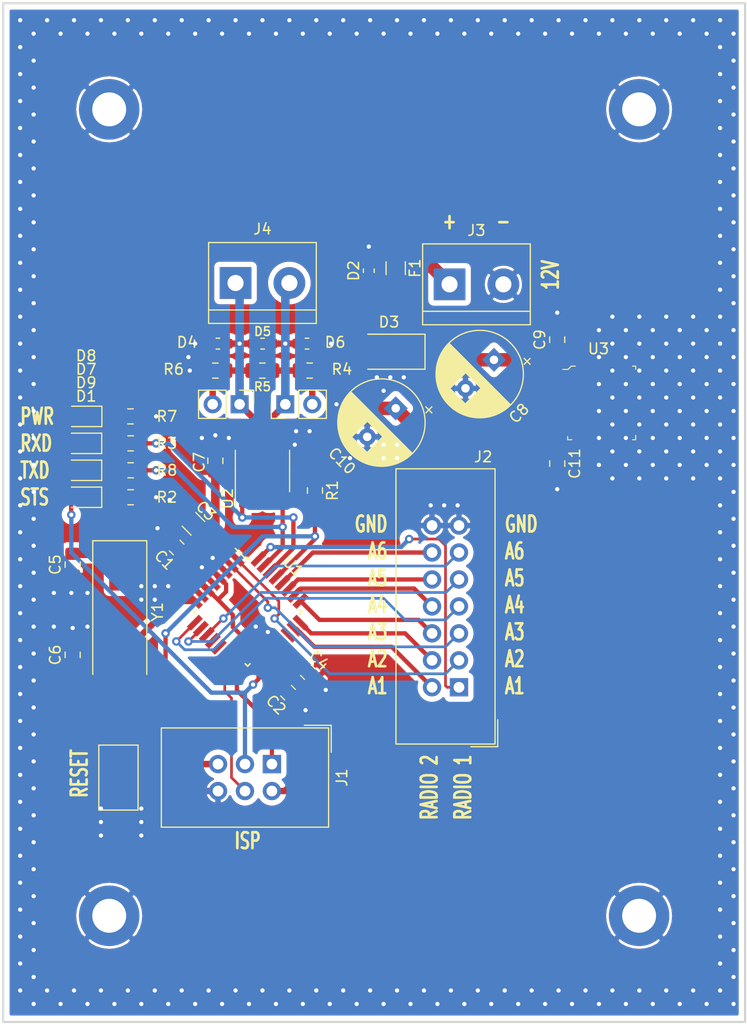
<source format=kicad_pcb>
(kicad_pcb (version 20171130) (host pcbnew 5.1.5-52549c5~86~ubuntu18.04.1)
  (layers (0 F.Cu signal) (31 B.Cu signal) (34 B.Paste user) (35 F.Paste user) (36 B.SilkS user) (37 F.SilkS user) (38 B.Mask user) (39 F.Mask user) (44 Edge.Cuts user))
  (net 0 "")
  (net 1 GND)
  (net 2 +5V)
  (net 3 "Net-(C4-Pad2)")
  (net 4 "Net-(C5-Pad2)")
  (net 5 "Net-(C6-Pad2)")
  (net 6 "Net-(C8-Pad1)")
  (net 7 "Net-(D1-Pad1)")
  (net 8 SCK)
  (net 9 "Net-(D2-Pad1)")
  (net 10 RS485_B)
  (net 11 RS485_A)
  (net 12 "Net-(D7-Pad1)")
  (net 13 "Net-(D8-Pad1)")
  (net 14 "Net-(D9-Pad1)")
  (net 15 "Net-(F1-Pad1)")
  (net 16 MISO)
  (net 17 MOSI)
  (net 18 RESET)
  (net 19 A1R1)
  (net 20 A1R2)
  (net 21 A2R1)
  (net 22 A2R2)
  (net 23 A3R1)
  (net 24 A3R2)
  (net 25 A4R1)
  (net 26 A4R2)
  (net 27 A5R1)
  (net 28 A5R2)
  (net 29 A6R1)
  (net 30 A6R2)
  (net 31 "Net-(JP1-Pad2)")
  (net 32 "Net-(JP2-Pad2)")
  (net 33 RXD)
  (net 34 TXD)
  (net 35 "Net-(U1-Pad12)")
  (net 36 "Net-(U1-Pad13)")
  (net 37 "Net-(U1-Pad14)")
  (net 38 "Net-(U1-Pad19)")
  (net 39 "Net-(U1-Pad22)")
  (module Capacitor_SMD:C_1206_3216Metric_Pad1.42x1.75mm_HandSolder (layer F.Cu) (at 117.947179 149.062179 135)
    (fp_text reference C3 (at 0.039144 1.706249 135) (layer F.SilkS))
    (fp_text value 4.7u)
    (pad 1 smd roundrect (at -1.4875 0 135) (size 1.425 1.75) (layers F.Cu F.Paste F.Mask) (roundrect_rratio 0.175439) (net 2 +5V))
    (pad 2 smd roundrect (at 1.4875 0 135) (size 1.425 1.75) (layers F.Cu F.Paste F.Mask) (roundrect_rratio 0.175439) (net 1 GND))
  )
  (module Crystal:Crystal_SMD_HC49-SD (layer F.Cu) (at 110.998 157.353 270)
    (fp_text reference Y1 (at 0 -3.55 90) (layer F.SilkS))
    (fp_text value 16M)
    (pad 2 smd rect (at 4.25 0 270) (size 4.5 2) (layers F.Cu F.Paste F.Mask) (net 5 "Net-(C6-Pad2)"))
    (pad 1 smd rect (at -4.25 0 270) (size 4.5 2) (layers F.Cu F.Paste F.Mask) (net 4 "Net-(C5-Pad2)"))
  )
  (module MountingHole:MountingHole_3.2mm_M3_ISO7380_Pad (layer F.Cu) (at 110 110)
    (fp_text reference REF** hide)
    (fp_text value MountingHole_3.2mm_M3_ISO7380_Pad hide)
    (pad 1 thru_hole circle (at 0 0) (size 5.7 5.7) (drill 3.2) (layers *.Cu *.Mask) (net 1 GND))
  )
  (module MountingHole:MountingHole_3.2mm_M3_ISO7380_Pad (layer F.Cu) (at 160 186)
    (fp_text reference REF** hide)
    (fp_text value MountingHole_3.2mm_M3_ISO7380_Pad hide)
    (pad 1 thru_hole circle (at 0 0) (size 5.7 5.7) (drill 3.2) (layers *.Cu *.Mask) (net 1 GND))
  )
  (module MountingHole:MountingHole_3.2mm_M3_ISO7380_Pad (layer F.Cu) (at 160 110)
    (fp_text reference REF** hide)
    (fp_text value MountingHole_3.2mm_M3_ISO7380_Pad hide)
    (pad 1 thru_hole circle (at 0 0) (size 5.7 5.7) (drill 3.2) (layers *.Cu *.Mask) (net 1 GND))
  )
  (module MountingHole:MountingHole_3.2mm_M3_ISO7380_Pad (layer F.Cu) (at 110 186)
    (fp_text reference REF** hide)
    (fp_text value MountingHole_3.2mm_M3_ISO7380_Pad hide)
    (pad 1 thru_hole circle (at 0 0) (size 5.7 5.7) (drill 3.2) (layers *.Cu *.Mask) (net 1 GND))
  )
  (module Capacitor_SMD:C_0805_2012Metric_Pad1.15x1.40mm_HandSolder (layer F.Cu) (at 116.369216 151.294216 135)
    (fp_text reference C1 (at 0 -1.65 135) (layer F.SilkS))
    (fp_text value 100n)
    (pad 2 smd roundrect (at 1.025 0 135) (size 1.15 1.4) (layers F.Cu F.Paste F.Mask) (roundrect_rratio 0.217391) (net 1 GND))
    (pad 1 smd roundrect (at -1.025 0 135) (size 1.15 1.4) (layers F.Cu F.Paste F.Mask) (roundrect_rratio 0.217391) (net 2 +5V))
  )
  (module Capacitor_SMD:C_0805_2012Metric_Pad1.15x1.40mm_HandSolder (layer F.Cu) (at 126.873 164.973 315)
    (fp_text reference C2 (at 0 1.616446 135) (layer F.SilkS))
    (fp_text value 100n)
    (pad 1 smd roundrect (at -1.025 0 315) (size 1.15 1.4) (layers F.Cu F.Paste F.Mask) (roundrect_rratio 0.217391) (net 2 +5V))
    (pad 2 smd roundrect (at 1.025 0 315) (size 1.15 1.4) (layers F.Cu F.Paste F.Mask) (roundrect_rratio 0.217391) (net 1 GND))
  )
  (module Capacitor_SMD:C_0805_2012Metric_Pad1.15x1.40mm_HandSolder (layer F.Cu) (at 128.740784 163.030784 135)
    (fp_text reference C4 (at 0.037171 1.526644 135) (layer F.SilkS))
    (fp_text value 100n)
    (pad 1 smd roundrect (at -1.025 0 135) (size 1.15 1.4) (layers F.Cu F.Paste F.Mask) (roundrect_rratio 0.217391) (net 1 GND))
    (pad 2 smd roundrect (at 1.025 0 135) (size 1.15 1.4) (layers F.Cu F.Paste F.Mask) (roundrect_rratio 0.217391) (net 3 "Net-(C4-Pad2)"))
  )
  (module Capacitor_SMD:C_0805_2012Metric_Pad1.15x1.40mm_HandSolder (layer F.Cu) (at 106.553 152.908 90)
    (fp_text reference C5 (at 0 -1.65 90) (layer F.SilkS))
    (fp_text value 18p)
    (pad 1 smd roundrect (at -1.025 0 90) (size 1.15 1.4) (layers F.Cu F.Paste F.Mask) (roundrect_rratio 0.217391) (net 1 GND))
    (pad 2 smd roundrect (at 1.025 0 90) (size 1.15 1.4) (layers F.Cu F.Paste F.Mask) (roundrect_rratio 0.217391) (net 4 "Net-(C5-Pad2)"))
  )
  (module Capacitor_SMD:C_0805_2012Metric_Pad1.15x1.40mm_HandSolder (layer F.Cu) (at 106.553 161.408 270)
    (fp_text reference C6 (at 0.009 1.651 90) (layer F.SilkS))
    (fp_text value 18p)
    (pad 1 smd roundrect (at -1.025 0 270) (size 1.15 1.4) (layers F.Cu F.Paste F.Mask) (roundrect_rratio 0.217391) (net 1 GND))
    (pad 2 smd roundrect (at 1.025 0 270) (size 1.15 1.4) (layers F.Cu F.Paste F.Mask) (roundrect_rratio 0.217391) (net 5 "Net-(C6-Pad2)"))
  )
  (module Capacitor_SMD:C_0805_2012Metric_Pad1.15x1.40mm_HandSolder (layer F.Cu) (at 120.015 143.12 270)
    (fp_text reference C7 (at 0.136 1.524 90) (layer F.SilkS))
    (fp_text value 100n)
    (pad 2 smd roundrect (at 1.025 0 270) (size 1.15 1.4) (layers F.Cu F.Paste F.Mask) (roundrect_rratio 0.217391) (net 2 +5V))
    (pad 1 smd roundrect (at -1.025 0 270) (size 1.15 1.4) (layers F.Cu F.Paste F.Mask) (roundrect_rratio 0.217391) (net 1 GND))
  )
  (module Capacitor_THT:CP_Radial_D8.0mm_P3.80mm (layer F.Cu) (at 146.304 133.604 225)
    (fp_text reference C8 (at 1.9 -5.25 45) (layer F.SilkS))
    (fp_text value 100u)
    (pad 2 thru_hole circle (at 3.8 0 225) (size 1.6 1.6) (drill 0.8) (layers *.Cu *.Mask) (net 1 GND))
    (pad 1 thru_hole rect (at 0 0 225) (size 1.6 1.6) (drill 0.8) (layers *.Cu *.Mask) (net 6 "Net-(C8-Pad1)"))
  )
  (module Capacitor_SMD:C_0805_2012Metric_Pad1.15x1.40mm_HandSolder (layer F.Cu) (at 152.273 131.708 90)
    (fp_text reference C9 (at 0 -1.65 90) (layer F.SilkS))
    (fp_text value 100n)
    (pad 2 smd roundrect (at 1.025 0 90) (size 1.15 1.4) (layers F.Cu F.Paste F.Mask) (roundrect_rratio 0.217391) (net 1 GND))
    (pad 1 smd roundrect (at -1.025 0 90) (size 1.15 1.4) (layers F.Cu F.Paste F.Mask) (roundrect_rratio 0.217391) (net 6 "Net-(C8-Pad1)"))
  )
  (module Capacitor_THT:CP_Radial_D8.0mm_P3.80mm (layer F.Cu) (at 137.033 138.176 225)
    (fp_text reference C10 (at 7.094402 0.089803 135) (layer F.SilkS))
    (fp_text value 100u)
    (pad 1 thru_hole rect (at 0 0 225) (size 1.6 1.6) (drill 0.8) (layers *.Cu *.Mask) (net 2 +5V))
    (pad 2 thru_hole circle (at 3.8 0 225) (size 1.6 1.6) (drill 0.8) (layers *.Cu *.Mask) (net 1 GND))
  )
  (module Capacitor_SMD:C_0805_2012Metric_Pad1.15x1.40mm_HandSolder (layer F.Cu) (at 152.273 143.383 270)
    (fp_text reference C11 (at 0 -1.65 90) (layer F.SilkS))
    (fp_text value 100n)
    (pad 2 smd roundrect (at 1.025 0 270) (size 1.15 1.4) (layers F.Cu F.Paste F.Mask) (roundrect_rratio 0.217391) (net 1 GND))
    (pad 1 smd roundrect (at -1.025 0 270) (size 1.15 1.4) (layers F.Cu F.Paste F.Mask) (roundrect_rratio 0.217391) (net 2 +5V))
  )
  (module LED_SMD:LED_0805_2012Metric_Pad1.15x1.40mm_HandSolder (layer F.Cu) (at 107.433 146.558 180)
    (fp_text reference D1 (at -0.39 9.525) (layer F.SilkS))
    (fp_text value LED_Small)
    (pad 1 smd roundrect (at -1.025 0 180) (size 1.15 1.4) (layers F.Cu F.Paste F.Mask) (roundrect_rratio 0.217391) (net 7 "Net-(D1-Pad1)"))
    (pad 2 smd roundrect (at 1.025 0 180) (size 1.15 1.4) (layers F.Cu F.Paste F.Mask) (roundrect_rratio 0.217391) (net 8 SCK))
  )
  (module Resistor_SMD:R_0603_1608Metric_Pad1.05x0.95mm_HandSolder (layer F.Cu) (at 134.493 125.208 90)
    (fp_text reference D2 (at 0 -1.43 90) (layer F.SilkS))
    (fp_text value TESDU24V)
    (pad 1 smd roundrect (at -0.875 0 90) (size 1.05 0.95) (layers F.Cu F.Paste F.Mask) (net 9 "Net-(D2-Pad1)"))
    (pad 2 smd roundrect (at 0.875 0 90) (size 1.05 0.95) (layers F.Cu F.Paste F.Mask) (net 1 GND))
  )
  (module Diode_SMD:D_SMA (layer F.Cu) (at 136.398 132.842 180)
    (fp_text reference D3 (at 0 2.794) (layer F.SilkS))
    (fp_text value ER1B)
    (pad 1 smd rect (at -2 0 180) (size 2.5 1.8) (layers F.Cu F.Paste F.Mask) (net 6 "Net-(C8-Pad1)"))
    (pad 2 smd rect (at 2 0 180) (size 2.5 1.8) (layers F.Cu F.Paste F.Mask) (net 9 "Net-(D2-Pad1)"))
  )
  (module Resistor_SMD:R_0603_1608Metric_Pad1.05x0.95mm_HandSolder (layer F.Cu) (at 120.255 132.08)
    (fp_text reference D4 (at -2.907 -0.127) (layer F.SilkS))
    (fp_text value TESDU24V)
    (pad 1 smd roundrect (at -0.875 0) (size 1.05 0.95) (layers F.Cu F.Paste F.Mask) (net 1 GND))
    (pad 2 smd roundrect (at 0.875 0) (size 1.05 0.95) (layers F.Cu F.Paste F.Mask) (net 10 RS485_B))
  )
  (module Resistor_SMD:R_0603_1608Metric_Pad1.05x0.95mm_HandSolder (layer F.Cu) (at 124.474 132.08)
    (fp_text reference D5 (at 0 -1.143) (layer F.SilkS) (effects (font (size 0.82 0.82))))
    (fp_text value TESDU24V)
    (pad 2 smd roundrect (at 0.875 0) (size 1.05 0.95) (layers F.Cu F.Paste F.Mask) (net 11 RS485_A))
    (pad 1 smd roundrect (at -0.875 0) (size 1.05 0.95) (layers F.Cu F.Paste F.Mask) (net 10 RS485_B))
  )
  (module Resistor_SMD:R_0603_1608Metric_Pad1.05x0.95mm_HandSolder (layer F.Cu) (at 128.665 132.08)
    (fp_text reference D6 (at 2.653 -0.127) (layer F.SilkS))
    (fp_text value TESDU24V)
    (pad 2 smd roundrect (at 0.875 0) (size 1.05 0.95) (layers F.Cu F.Paste F.Mask) (net 1 GND))
    (pad 1 smd roundrect (at -0.875 0) (size 1.05 0.95) (layers F.Cu F.Paste F.Mask) (net 11 RS485_A))
  )
  (module LED_SMD:LED_0805_2012Metric_Pad1.15x1.40mm_HandSolder (layer F.Cu) (at 107.433 141.478 180)
    (fp_text reference D7 (at -0.39 6.985) (layer F.SilkS))
    (fp_text value LED_Small)
    (pad 1 smd roundrect (at -1.025 0 180) (size 1.15 1.4) (layers F.Cu F.Paste F.Mask) (roundrect_rratio 0.217391) (net 12 "Net-(D7-Pad1)"))
    (pad 2 smd roundrect (at 1.025 0 180) (size 1.15 1.4) (layers F.Cu F.Paste F.Mask) (roundrect_rratio 0.217391) (net 2 +5V))
  )
  (module LED_SMD:LED_0805_2012Metric_Pad1.15x1.40mm_HandSolder (layer F.Cu) (at 107.451 138.938 180)
    (fp_text reference D8 (at -0.372 5.715) (layer F.SilkS))
    (fp_text value LED_Small)
    (pad 2 smd roundrect (at 1.025 0 180) (size 1.15 1.4) (layers F.Cu F.Paste F.Mask) (roundrect_rratio 0.217391) (net 2 +5V))
    (pad 1 smd roundrect (at -1.025 0 180) (size 1.15 1.4) (layers F.Cu F.Paste F.Mask) (roundrect_rratio 0.217391) (net 13 "Net-(D8-Pad1)"))
  )
  (module LED_SMD:LED_0805_2012Metric_Pad1.15x1.40mm_HandSolder (layer F.Cu) (at 107.433 144.018 180)
    (fp_text reference D9 (at -0.39 8.255) (layer F.SilkS))
    (fp_text value LED_Small)
    (pad 2 smd roundrect (at 1.025 0 180) (size 1.15 1.4) (layers F.Cu F.Paste F.Mask) (roundrect_rratio 0.217391) (net 2 +5V))
    (pad 1 smd roundrect (at -1.025 0 180) (size 1.15 1.4) (layers F.Cu F.Paste F.Mask) (roundrect_rratio 0.217391) (net 14 "Net-(D9-Pad1)"))
  )
  (module Fuse:Fuse_1206_3216Metric_Pad1.42x1.75mm_HandSolder (layer F.Cu) (at 137.033 124.968 270)
    (fp_text reference F1 (at 0 -1.82 90) (layer F.SilkS))
    (fp_text value 0ZCJ0025AF2E)
    (pad 1 smd roundrect (at -1.4875 0 270) (size 1.425 1.75) (layers F.Cu F.Paste F.Mask) (roundrect_rratio 0.175439) (net 15 "Net-(F1-Pad1)"))
    (pad 2 smd roundrect (at 1.4875 0 270) (size 1.425 1.75) (layers F.Cu F.Paste F.Mask) (roundrect_rratio 0.175439) (net 9 "Net-(D2-Pad1)"))
  )
  (module Connector_IDC:IDC-Header_2x03_P2.54mm_Vertical (layer F.Cu) (at 125.349 171.704 270)
    (fp_text reference J1 (at 1.27 -6.604 90) (layer F.SilkS))
    (fp_text value AVR-ISP-6)
    (pad 1 thru_hole rect (at 0 0 270) (size 1.7272 1.7272) (drill 1.016) (layers *.Cu *.Mask) (net 16 MISO))
    (pad 2 thru_hole oval (at 2.54 0 270) (size 1.7272 1.7272) (drill 1.016) (layers *.Cu *.Mask) (net 2 +5V))
    (pad 3 thru_hole oval (at 0 2.54 270) (size 1.7272 1.7272) (drill 1.016) (layers *.Cu *.Mask) (net 8 SCK))
    (pad 4 thru_hole oval (at 2.54 2.54 270) (size 1.7272 1.7272) (drill 1.016) (layers *.Cu *.Mask) (net 17 MOSI))
    (pad 5 thru_hole oval (at 0 5.08 270) (size 1.7272 1.7272) (drill 1.016) (layers *.Cu *.Mask) (net 18 RESET))
    (pad 6 thru_hole oval (at 2.54 5.08 270) (size 1.7272 1.7272) (drill 1.016) (layers *.Cu *.Mask) (net 1 GND))
  )
  (module Connector_IDC:IDC-Header_2x07_P2.54mm_Vertical (layer F.Cu) (at 143.002 164.465 180)
    (fp_text reference J2 (at -2.286 21.717) (layer F.SilkS))
    (fp_text value Conn_02x07_Odd_Even)
    (pad 1 thru_hole rect (at 0 0 180) (size 1.7272 1.7272) (drill 1.016) (layers *.Cu *.Mask) (net 19 A1R1))
    (pad 2 thru_hole oval (at 2.54 0 180) (size 1.7272 1.7272) (drill 1.016) (layers *.Cu *.Mask) (net 20 A1R2))
    (pad 3 thru_hole oval (at 0 2.54 180) (size 1.7272 1.7272) (drill 1.016) (layers *.Cu *.Mask) (net 21 A2R1))
    (pad 4 thru_hole oval (at 2.54 2.54 180) (size 1.7272 1.7272) (drill 1.016) (layers *.Cu *.Mask) (net 22 A2R2))
    (pad 5 thru_hole oval (at 0 5.08 180) (size 1.7272 1.7272) (drill 1.016) (layers *.Cu *.Mask) (net 23 A3R1))
    (pad 6 thru_hole oval (at 2.54 5.08 180) (size 1.7272 1.7272) (drill 1.016) (layers *.Cu *.Mask) (net 24 A3R2))
    (pad 7 thru_hole oval (at 0 7.62 180) (size 1.7272 1.7272) (drill 1.016) (layers *.Cu *.Mask) (net 25 A4R1))
    (pad 8 thru_hole oval (at 2.54 7.62 180) (size 1.7272 1.7272) (drill 1.016) (layers *.Cu *.Mask) (net 26 A4R2))
    (pad 9 thru_hole oval (at 0 10.16 180) (size 1.7272 1.7272) (drill 1.016) (layers *.Cu *.Mask) (net 27 A5R1))
    (pad 10 thru_hole oval (at 2.54 10.16 180) (size 1.7272 1.7272) (drill 1.016) (layers *.Cu *.Mask) (net 28 A5R2))
    (pad 11 thru_hole oval (at 0 12.7 180) (size 1.7272 1.7272) (drill 1.016) (layers *.Cu *.Mask) (net 29 A6R1))
    (pad 12 thru_hole oval (at 2.54 12.7 180) (size 1.7272 1.7272) (drill 1.016) (layers *.Cu *.Mask) (net 30 A6R2))
    (pad 13 thru_hole oval (at 0 15.24 180) (size 1.7272 1.7272) (drill 1.016) (layers *.Cu *.Mask) (net 1 GND))
    (pad 14 thru_hole oval (at 2.54 15.24 180) (size 1.7272 1.7272) (drill 1.016) (layers *.Cu *.Mask) (net 1 GND))
  )
  (module TerminalBlock:TerminalBlock_bornier-2_P5.08mm (layer F.Cu) (at 142.113 126.492)
    (fp_text reference J3 (at 2.54 -5.08) (layer F.SilkS))
    (fp_text value Conn_01x02)
    (pad 1 thru_hole rect (at 0 0) (size 3 3) (drill 1.52) (layers *.Cu *.Mask) (net 15 "Net-(F1-Pad1)"))
    (pad 2 thru_hole circle (at 5.08 0) (size 3 3) (drill 1.52) (layers *.Cu *.Mask) (net 1 GND))
  )
  (module TerminalBlock:TerminalBlock_bornier-2_P5.08mm (layer F.Cu) (at 121.92 126.365)
    (fp_text reference J4 (at 2.54 -5.08) (layer F.SilkS))
    (fp_text value Conn_01x02)
    (pad 2 thru_hole circle (at 5.08 0) (size 3 3) (drill 1.52) (layers *.Cu *.Mask) (net 11 RS485_A))
    (pad 1 thru_hole rect (at 0 0) (size 3 3) (drill 1.52) (layers *.Cu *.Mask) (net 10 RS485_B))
  )
  (module Connector_PinHeader_2.54mm:PinHeader_1x02_P2.54mm_Vertical (layer F.Cu) (at 126.619 137.795 90)
    (fp_text reference JP1 hide)
    (fp_text value Jumper_NC_Small)
    (pad 2 thru_hole oval (at 0 2.54 90) (size 1.7 1.7) (drill 1) (layers *.Cu *.Mask) (net 31 "Net-(JP1-Pad2)"))
    (pad 1 thru_hole rect (at 0 0 90) (size 1.7 1.7) (drill 1) (layers *.Cu *.Mask) (net 11 RS485_A))
  )
  (module Connector_PinHeader_2.54mm:PinHeader_1x02_P2.54mm_Vertical (layer F.Cu) (at 122.301 137.795 270)
    (fp_text reference JP2 hide)
    (fp_text value Jumper_NC_Small)
    (pad 1 thru_hole rect (at 0 0 270) (size 1.7 1.7) (drill 1) (layers *.Cu *.Mask) (net 10 RS485_B))
    (pad 2 thru_hole oval (at 0 2.54 270) (size 1.7 1.7) (drill 1) (layers *.Cu *.Mask) (net 32 "Net-(JP2-Pad2)"))
  )
  (module Resistor_SMD:R_0805_2012Metric_Pad1.15x1.40mm_HandSolder (layer F.Cu) (at 129.413 145.923 270)
    (fp_text reference R1 (at 0 -1.65 90) (layer F.SilkS))
    (fp_text value 1k)
    (pad 2 smd roundrect (at 1.025 0 270) (size 1.15 1.4) (layers F.Cu F.Paste F.Mask) (roundrect_rratio 0.217391) (net 18 RESET))
    (pad 1 smd roundrect (at -1.025 0 270) (size 1.15 1.4) (layers F.Cu F.Paste F.Mask) (roundrect_rratio 0.217391) (net 2 +5V))
  )
  (module Resistor_SMD:R_0805_2012Metric_Pad1.15x1.40mm_HandSolder (layer F.Cu) (at 112.023 146.558)
    (fp_text reference R2 (at 3.42 0) (layer F.SilkS))
    (fp_text value 2.2k)
    (pad 1 smd roundrect (at -1.025 0) (size 1.15 1.4) (layers F.Cu F.Paste F.Mask) (roundrect_rratio 0.217391) (net 7 "Net-(D1-Pad1)"))
    (pad 2 smd roundrect (at 1.025 0) (size 1.15 1.4) (layers F.Cu F.Paste F.Mask) (roundrect_rratio 0.217391) (net 1 GND))
  )
  (module Resistor_SMD:R_0805_2012Metric_Pad1.15x1.40mm_HandSolder (layer F.Cu) (at 112.023 141.478)
    (fp_text reference R3 (at 3.42 0) (layer F.SilkS))
    (fp_text value 2.2k)
    (pad 2 smd roundrect (at 1.025 0) (size 1.15 1.4) (layers F.Cu F.Paste F.Mask) (roundrect_rratio 0.217391) (net 33 RXD))
    (pad 1 smd roundrect (at -1.025 0) (size 1.15 1.4) (layers F.Cu F.Paste F.Mask) (roundrect_rratio 0.217391) (net 12 "Net-(D7-Pad1)"))
  )
  (module Resistor_SMD:R_0805_2012Metric_Pad1.15x1.40mm_HandSolder (layer F.Cu) (at 128.914 134.62 180)
    (fp_text reference R4 (at -3.039 0.127) (layer F.SilkS))
    (fp_text value 1k)
    (pad 2 smd roundrect (at 1.025 0 180) (size 1.15 1.4) (layers F.Cu F.Paste F.Mask) (roundrect_rratio 0.217391) (net 31 "Net-(JP1-Pad2)"))
    (pad 1 smd roundrect (at -1.025 0 180) (size 1.15 1.4) (layers F.Cu F.Paste F.Mask) (roundrect_rratio 0.217391) (net 2 +5V))
  )
  (module Resistor_SMD:R_0805_2012Metric_Pad1.15x1.40mm_HandSolder (layer F.Cu) (at 124.451 134.62 180)
    (fp_text reference R5 (at -0.009 -1.524) (layer F.SilkS) (effects (font (size 0.82 0.82))))
    (fp_text value 120)
    (pad 1 smd roundrect (at -1.025 0 180) (size 1.15 1.4) (layers F.Cu F.Paste F.Mask) (roundrect_rratio 0.217391) (net 31 "Net-(JP1-Pad2)"))
    (pad 2 smd roundrect (at 1.025 0 180) (size 1.15 1.4) (layers F.Cu F.Paste F.Mask) (roundrect_rratio 0.217391) (net 32 "Net-(JP2-Pad2)"))
  )
  (module Resistor_SMD:R_0805_2012Metric_Pad1.15x1.40mm_HandSolder (layer F.Cu) (at 120.015 134.62 180)
    (fp_text reference R6 (at 3.937 0.127) (layer F.SilkS))
    (fp_text value 1k)
    (pad 1 smd roundrect (at -1.025 0 180) (size 1.15 1.4) (layers F.Cu F.Paste F.Mask) (roundrect_rratio 0.217391) (net 32 "Net-(JP2-Pad2)"))
    (pad 2 smd roundrect (at 1.025 0 180) (size 1.15 1.4) (layers F.Cu F.Paste F.Mask) (roundrect_rratio 0.217391) (net 1 GND))
  )
  (module Resistor_SMD:R_0805_2012Metric_Pad1.15x1.40mm_HandSolder (layer F.Cu) (at 112.005 138.938)
    (fp_text reference R7 (at 3.438 0) (layer F.SilkS))
    (fp_text value 2.2k)
    (pad 2 smd roundrect (at 1.025 0) (size 1.15 1.4) (layers F.Cu F.Paste F.Mask) (roundrect_rratio 0.217391) (net 1 GND))
    (pad 1 smd roundrect (at -1.025 0) (size 1.15 1.4) (layers F.Cu F.Paste F.Mask) (roundrect_rratio 0.217391) (net 13 "Net-(D8-Pad1)"))
  )
  (module Resistor_SMD:R_0805_2012Metric_Pad1.15x1.40mm_HandSolder (layer F.Cu) (at 112.023 144.018)
    (fp_text reference R8 (at 3.42 0) (layer F.SilkS))
    (fp_text value 2.2k)
    (pad 1 smd roundrect (at -1.025 0) (size 1.15 1.4) (layers F.Cu F.Paste F.Mask) (roundrect_rratio 0.217391) (net 14 "Net-(D9-Pad1)"))
    (pad 2 smd roundrect (at 1.025 0) (size 1.15 1.4) (layers F.Cu F.Paste F.Mask) (roundrect_rratio 0.217391) (net 34 TXD))
  )
  (module Button_Switch_SMD:SW_SPST_CK_RS282G05A3 (layer F.Cu) (at 110.871 172.974 90)
    (fp_text reference SW1 hide)
    (fp_text value SW_Push)
    (pad 1 smd rect (at -3.9 0 90) (size 1.5 1.5) (layers F.Cu F.Paste F.Mask) (net 1 GND))
    (pad 2 smd rect (at 3.9 0 90) (size 1.5 1.5) (layers F.Cu F.Paste F.Mask) (net 18 RESET))
  )
  (module Package_QFP:TQFP-32_7x7mm_P0.8mm (layer F.Cu) (at 123.063 157.353 315)
    (fp_text reference U1 (at 0 -6.05 135) (layer F.SilkS))
    (fp_text value ATmega328P-AU)
    (pad 1 smd rect (at -4.25 -2.8 315) (size 1.6 0.55) (layers F.Cu F.Paste F.Mask) (net 21 A2R1))
    (pad 2 smd rect (at -4.25 -2 315) (size 1.6 0.55) (layers F.Cu F.Paste F.Mask) (net 23 A3R1))
    (pad 3 smd rect (at -4.25 -1.2 315) (size 1.6 0.55) (layers F.Cu F.Paste F.Mask) (net 1 GND))
    (pad 4 smd rect (at -4.25 -0.4 315) (size 1.6 0.55) (layers F.Cu F.Paste F.Mask) (net 2 +5V))
    (pad 5 smd rect (at -4.25 0.4 315) (size 1.6 0.55) (layers F.Cu F.Paste F.Mask) (net 1 GND))
    (pad 6 smd rect (at -4.25 1.2 315) (size 1.6 0.55) (layers F.Cu F.Paste F.Mask) (net 2 +5V))
    (pad 7 smd rect (at -4.25 2 315) (size 1.6 0.55) (layers F.Cu F.Paste F.Mask) (net 4 "Net-(C5-Pad2)"))
    (pad 8 smd rect (at -4.25 2.8 315) (size 1.6 0.55) (layers F.Cu F.Paste F.Mask) (net 5 "Net-(C6-Pad2)"))
    (pad 9 smd rect (at -2.8 4.25 45) (size 1.6 0.55) (layers F.Cu F.Paste F.Mask) (net 25 A4R1))
    (pad 10 smd rect (at -2 4.25 45) (size 1.6 0.55) (layers F.Cu F.Paste F.Mask) (net 27 A5R1))
    (pad 11 smd rect (at -1.2 4.25 45) (size 1.6 0.55) (layers F.Cu F.Paste F.Mask) (net 29 A6R1))
    (pad 12 smd rect (at -0.4 4.25 45) (size 1.6 0.55) (layers F.Cu F.Paste F.Mask) (net 35 "Net-(U1-Pad12)"))
    (pad 13 smd rect (at 0.4 4.25 45) (size 1.6 0.55) (layers F.Cu F.Paste F.Mask) (net 36 "Net-(U1-Pad13)"))
    (pad 14 smd rect (at 1.2 4.25 45) (size 1.6 0.55) (layers F.Cu F.Paste F.Mask) (net 37 "Net-(U1-Pad14)"))
    (pad 15 smd rect (at 2 4.25 45) (size 1.6 0.55) (layers F.Cu F.Paste F.Mask) (net 17 MOSI))
    (pad 16 smd rect (at 2.8 4.25 45) (size 1.6 0.55) (layers F.Cu F.Paste F.Mask) (net 16 MISO))
    (pad 17 smd rect (at 4.25 2.8 315) (size 1.6 0.55) (layers F.Cu F.Paste F.Mask) (net 8 SCK))
    (pad 18 smd rect (at 4.25 2 315) (size 1.6 0.55) (layers F.Cu F.Paste F.Mask) (net 2 +5V))
    (pad 19 smd rect (at 4.25 1.2 315) (size 1.6 0.55) (layers F.Cu F.Paste F.Mask) (net 38 "Net-(U1-Pad19)"))
    (pad 20 smd rect (at 4.25 0.4 315) (size 1.6 0.55) (layers F.Cu F.Paste F.Mask) (net 3 "Net-(C4-Pad2)"))
    (pad 21 smd rect (at 4.25 -0.4 315) (size 1.6 0.55) (layers F.Cu F.Paste F.Mask) (net 1 GND))
    (pad 22 smd rect (at 4.25 -1.2 315) (size 1.6 0.55) (layers F.Cu F.Paste F.Mask) (net 39 "Net-(U1-Pad22)"))
    (pad 23 smd rect (at 4.25 -2 315) (size 1.6 0.55) (layers F.Cu F.Paste F.Mask) (net 20 A1R2))
    (pad 24 smd rect (at 4.25 -2.8 315) (size 1.6 0.55) (layers F.Cu F.Paste F.Mask) (net 22 A2R2))
    (pad 25 smd rect (at 2.8 -4.25 45) (size 1.6 0.55) (layers F.Cu F.Paste F.Mask) (net 24 A3R2))
    (pad 26 smd rect (at 2 -4.25 45) (size 1.6 0.55) (layers F.Cu F.Paste F.Mask) (net 26 A4R2))
    (pad 27 smd rect (at 1.2 -4.25 45) (size 1.6 0.55) (layers F.Cu F.Paste F.Mask) (net 28 A5R2))
    (pad 28 smd rect (at 0.4 -4.25 45) (size 1.6 0.55) (layers F.Cu F.Paste F.Mask) (net 30 A6R2))
    (pad 29 smd rect (at -0.4 -4.25 45) (size 1.6 0.55) (layers F.Cu F.Paste F.Mask) (net 18 RESET))
    (pad 30 smd rect (at -1.2 -4.25 45) (size 1.6 0.55) (layers F.Cu F.Paste F.Mask) (net 33 RXD))
    (pad 31 smd rect (at -2 -4.25 45) (size 1.6 0.55) (layers F.Cu F.Paste F.Mask) (net 34 TXD))
    (pad 32 smd rect (at -2.8 -4.25 45) (size 1.6 0.55) (layers F.Cu F.Paste F.Mask) (net 19 A1R1))
  )
  (module Package_SO:SOIC-8_3.9x4.9mm_P1.27mm (layer F.Cu) (at 124.46 144.08 90)
    (fp_text reference U2 (at -2.605 -3.302 90) (layer F.SilkS))
    (fp_text value MAX13487)
    (pad 1 smd roundrect (at -2.475 -1.905 90) (size 1.95 0.6) (layers F.Cu F.Paste F.Mask) (net 33 RXD))
    (pad 2 smd roundrect (at -2.475 -0.635 90) (size 1.95 0.6) (layers F.Cu F.Paste F.Mask) (net 2 +5V))
    (pad 3 smd roundrect (at -2.475 0.635 90) (size 1.95 0.6) (layers F.Cu F.Paste F.Mask) (net 2 +5V))
    (pad 4 smd roundrect (at -2.475 1.905 90) (size 1.95 0.6) (layers F.Cu F.Paste F.Mask) (net 34 TXD))
    (pad 5 smd roundrect (at 2.475 1.905 90) (size 1.95 0.6) (layers F.Cu F.Paste F.Mask) (net 1 GND))
    (pad 6 smd roundrect (at 2.475 0.635 90) (size 1.95 0.6) (layers F.Cu F.Paste F.Mask) (net 11 RS485_A))
    (pad 7 smd roundrect (at 2.475 -0.635 90) (size 1.95 0.6) (layers F.Cu F.Paste F.Mask) (net 10 RS485_B))
    (pad 8 smd roundrect (at 2.475 -1.905 90) (size 1.95 0.6) (layers F.Cu F.Paste F.Mask) (net 2 +5V))
  )
  (module digikey-footprints:TO-252-3 (layer F.Cu) (at 156.168 137.668)
    (fp_text reference U3 (at 0 -5.1 180) (layer F.SilkS))
    (fp_text value MC7805BDTRKG)
    (pad 1 smd rect (at -4.08 -2.285 180) (size 3 1.6) (layers F.Cu F.Paste F.Mask) (net 6 "Net-(C8-Pad1)"))
    (pad 4 smd rect (at 3.09 0 180) (size 6.2 5.8) (layers F.Cu F.Paste F.Mask) (net 1 GND))
    (pad 3 smd rect (at -4.08 2.285 180) (size 3 1.6) (layers F.Cu F.Paste F.Mask) (net 2 +5V))
  )
  (gr_text 12V (at 151.638 125.603 90) (layer F.SilkS) (effects (font (size 1.5 1) (thickness 0.25))))
  (gr_text - (at 147.193 120.523) (layer F.SilkS) (effects (font (size 1.5 1) (thickness 0.25))))
  (gr_text + (at 142.113 120.523) (layer F.SilkS) (effects (font (size 1.5 1) (thickness 0.25))))
  (gr_text ISP (at 123.063 178.943) (layer F.SilkS) (effects (font (size 1.5 1) (thickness 0.25))))
  (gr_text RESET (at 107.188 172.593 90) (layer F.SilkS) (effects (font (size 1.5 1) (thickness 0.25))))
  (gr_text "RADIO 1" (at 143.383 170.688 90) (layer F.SilkS) (effects (font (size 1.5 1) (thickness 0.25)) (justify right)))
  (gr_text "RADIO 2" (at 140.208 170.688 90) (layer F.SilkS) (effects (font (size 1.5 1) (thickness 0.25)) (justify right)))
  (gr_text A2 (at 147.193 161.798) (layer F.SilkS) (effects (font (size 1.5 1) (thickness 0.25)) (justify left)))
  (gr_text GND (at 147.193 149.098) (layer F.SilkS) (effects (font (size 1.5 1) (thickness 0.25)) (justify left)))
  (gr_text A1 (at 147.193 164.338) (layer F.SilkS) (effects (font (size 1.5 1) (thickness 0.25)) (justify left)))
  (gr_text A3 (at 147.193 159.258) (layer F.SilkS) (effects (font (size 1.5 1) (thickness 0.25)) (justify left)))
  (gr_text A4 (at 147.193 156.718) (layer F.SilkS) (effects (font (size 1.5 1) (thickness 0.25)) (justify left)))
  (gr_text A6 (at 147.193 151.638) (layer F.SilkS) (effects (font (size 1.5 1) (thickness 0.25)) (justify left)))
  (gr_text A5 (at 147.193 154.178) (layer F.SilkS) (effects (font (size 1.5 1) (thickness 0.25)) (justify left)))
  (gr_text GND (at 136.398 149.098) (layer F.SilkS) (effects (font (size 1.5 1) (thickness 0.25)) (justify right)))
  (gr_text A6 (at 136.398 151.638) (layer F.SilkS) (effects (font (size 1.5 1) (thickness 0.25)) (justify right)))
  (gr_text A5 (at 136.398 154.178) (layer F.SilkS) (effects (font (size 1.5 1) (thickness 0.25)) (justify right)))
  (gr_text A4 (at 136.398 156.718) (layer F.SilkS) (effects (font (size 1.5 1) (thickness 0.25)) (justify right)))
  (gr_text A3 (at 136.398 159.258) (layer F.SilkS) (effects (font (size 1.5 1) (thickness 0.25)) (justify right)))
  (gr_text A2 (at 136.398 161.798) (layer F.SilkS) (effects (font (size 1.5 1) (thickness 0.25)) (justify right)))
  (gr_text A1 (at 136.398 164.338) (layer F.SilkS) (effects (font (size 1.5 1) (thickness 0.25)) (justify right)))
  (gr_text STS (at 101.473 146.558) (layer F.SilkS) (effects (font (size 1.5 1) (thickness 0.25)) (justify left)))
  (gr_text TXD (at 101.473 144.018) (layer F.SilkS) (effects (font (size 1.5 1) (thickness 0.25)) (justify left)))
  (gr_text RXD (at 101.473 141.478) (layer F.SilkS) (effects (font (size 1.5 1) (thickness 0.25)) (justify left)))
  (gr_text PWR (at 101.473 138.938) (layer F.SilkS) (effects (font (size 1.5 1) (thickness 0.25)) (justify left)))
  (gr_line (start 100 100) (end 170 100) (layer Edge.Cuts) (width 0.2))
  (gr_line (start 170 100) (end 170 196) (layer Edge.Cuts) (width 0.2))
  (gr_line (start 100 196) (end 170 196) (layer Edge.Cuts) (width 0.2))
  (gr_line (start 100 100) (end 100 196) (layer Edge.Cuts) (width 0.2))
  (via (at 156.21 135.89) (size 0.8) (drill 0.4) (layers F.Cu B.Cu) (net 1))
  (via (at 156.21 138.43) (size 0.8) (drill 0.4) (layers F.Cu B.Cu) (net 1))
  (via (at 161.29 138.43) (size 0.8) (drill 0.4) (layers F.Cu B.Cu) (net 1))
  (via (at 161.29 135.89) (size 0.8) (drill 0.4) (layers F.Cu B.Cu) (net 1))
  (via (at 160.02 139.7) (size 0.8) (drill 0.4) (layers F.Cu B.Cu) (net 1))
  (via (at 160.02 137.16) (size 0.8) (drill 0.4) (layers F.Cu B.Cu) (net 1))
  (via (at 158.75 135.89) (size 0.8) (drill 0.4) (layers F.Cu B.Cu) (net 1))
  (via (at 158.75 138.43) (size 0.8) (drill 0.4) (layers F.Cu B.Cu) (net 1))
  (via (at 157.48 137.16) (size 0.8) (drill 0.4) (layers F.Cu B.Cu) (net 1))
  (via (at 157.48 139.7) (size 0.8) (drill 0.4) (layers F.Cu B.Cu) (net 1))
  (segment (start 129.465568 163.755568) (end 130.429 164.719) (width 0.6096) (layer F.Cu) (net 1))
  (via (at 130.429 164.719) (size 0.8) (drill 0.4) (layers F.Cu B.Cu) (net 1))
  (via (at 128.523996 166.624) (size 0.8) (drill 0.4) (layers F.Cu B.Cu) (net 1))
  (segment (start 128.524 166.624) (end 128.523996 166.624) (width 0.6096) (layer F.Cu) (net 1))
  (segment (start 127.597784 165.697784) (end 128.524 166.624) (width 0.6096) (layer F.Cu) (net 1))
  (via (at 115.697 146.812) (size 0.8) (drill 0.4) (layers F.Cu B.Cu) (net 1))
  (via (at 114.554 149.479) (size 0.8) (drill 0.4) (layers F.Cu B.Cu) (net 1))
  (segment (start 115.644432 150.569432) (end 114.554 149.479) (width 0.6096) (layer F.Cu) (net 1))
  (segment (start 116.895358 148.010358) (end 115.697 146.812) (width 0.6096) (layer F.Cu) (net 1))
  (via (at 120.015 140.716) (size 0.8) (drill 0.4) (layers F.Cu B.Cu) (net 1))
  (segment (start 120.015 142.095) (end 120.015 140.716) (width 0.6096) (layer F.Cu) (net 1))
  (via (at 114.427 138.938) (size 0.8) (drill 0.4) (layers F.Cu B.Cu) (net 1))
  (segment (start 113.03 138.938) (end 114.427 138.938) (width 0.6096) (layer F.Cu) (net 1))
  (via (at 114.427 146.558) (size 0.8) (drill 0.4) (layers F.Cu B.Cu) (net 1))
  (segment (start 113.048 146.558) (end 114.427 146.558) (width 0.6096) (layer F.Cu) (net 1))
  (via (at 127.508 141.605) (size 0.8) (drill 0.4) (layers F.Cu B.Cu) (net 1))
  (segment (start 126.365 141.605) (end 127.508 141.605) (width 0.6096) (layer F.Cu) (net 1))
  (via (at 106.553 158.877) (size 0.8) (drill 0.4) (layers F.Cu B.Cu) (net 1))
  (segment (start 106.553 160.383) (end 106.553 158.877) (width 0.8128) (layer F.Cu) (net 1))
  (segment (start 119.774953 154.630639) (end 119.832639 154.630639) (width 0.4064) (layer F.Cu) (net 1))
  (segment (start 126.351047 160.075361) (end 125.533685 159.258) (width 0.4064) (layer F.Cu) (net 1))
  (via (at 124.968 159.258) (size 0.8) (drill 0.4) (layers F.Cu B.Cu) (net 1))
  (segment (start 125.533685 159.258) (end 124.968 159.258) (width 0.4064) (layer F.Cu) (net 1))
  (segment (start 110.871 175.5144) (end 110.871 176.874) (width 0.6096) (layer F.Cu) (net 1))
  (segment (start 112.1414 174.244) (end 110.871 175.5144) (width 0.6096) (layer F.Cu) (net 1))
  (segment (start 120.269 174.244) (end 112.1414 174.244) (width 0.6096) (layer F.Cu) (net 1))
  (via (at 106.427282 155.573718) (size 0.8) (drill 0.4) (layers F.Cu B.Cu) (net 1))
  (segment (start 106.553 155.448) (end 106.427282 155.573718) (width 0.8128) (layer F.Cu) (net 1))
  (segment (start 106.553 153.933) (end 106.553 155.448) (width 0.8128) (layer F.Cu) (net 1))
  (via (at 118.745 153.162) (size 0.8) (drill 0.4) (layers F.Cu B.Cu) (net 1))
  (segment (start 119.774953 154.630639) (end 118.745 153.600686) (width 0.4064) (layer F.Cu) (net 1))
  (segment (start 118.745 153.600686) (end 118.745 153.162) (width 0.4064) (layer F.Cu) (net 1))
  (via (at 119.761 152.273) (size 0.8) (drill 0.4) (layers F.Cu B.Cu) (net 1))
  (segment (start 120.906324 153.499268) (end 120.906324 153.418324) (width 0.4064) (layer F.Cu) (net 1))
  (segment (start 120.906324 153.418324) (end 119.761 152.273) (width 0.4064) (layer F.Cu) (net 1))
  (via (at 117.602004 134.62) (size 0.8) (drill 0.4) (layers F.Cu B.Cu) (net 1))
  (segment (start 118.99 134.62) (end 117.602004 134.62) (width 0.4064) (layer F.Cu) (net 1))
  (via (at 118.11001 132.08) (size 0.8) (drill 0.4) (layers F.Cu B.Cu) (net 1))
  (segment (start 119.38 132.08) (end 118.11001 132.08) (width 0.4064) (layer F.Cu) (net 1))
  (via (at 134.493 122.936) (size 0.8) (drill 0.4) (layers F.Cu B.Cu) (net 1))
  (segment (start 134.493 124.333) (end 134.493 122.936) (width 0.6096) (layer F.Cu) (net 1))
  (via (at 130.937 132.08) (size 0.8) (drill 0.4) (layers F.Cu B.Cu) (net 1))
  (segment (start 129.54 132.08) (end 130.937 132.08) (width 0.6096) (layer F.Cu) (net 1))
  (via (at 152.273 129.159) (size 0.8) (drill 0.4) (layers F.Cu B.Cu) (net 1))
  (segment (start 152.273 130.683) (end 152.273 129.159) (width 0.8128) (layer F.Cu) (net 1))
  (via (at 152.273 145.796) (size 0.8) (drill 0.4) (layers F.Cu B.Cu) (net 1))
  (segment (start 152.273 144.408) (end 152.273 145.796) (width 0.8128) (layer F.Cu) (net 1))
  (via (at 167.64 101.6) (size 0.8) (drill 0.4) (layers F.Cu B.Cu) (net 1))
  (via (at 165.1 101.6) (size 0.8) (drill 0.4) (layers F.Cu B.Cu) (net 1))
  (via (at 162.56 101.6) (size 0.8) (drill 0.4) (layers F.Cu B.Cu) (net 1))
  (via (at 160.02 101.6) (size 0.8) (drill 0.4) (layers F.Cu B.Cu) (net 1))
  (via (at 157.48 101.6) (size 0.8) (drill 0.4) (layers F.Cu B.Cu) (net 1))
  (via (at 123.825 158.75) (size 0.8) (drill 0.4) (layers F.Cu B.Cu) (net 1))
  (via (at 115.57 154.94) (size 0.8) (drill 0.4) (layers F.Cu B.Cu) (net 1))
  (via (at 114.3 154.94) (size 0.8) (drill 0.4) (layers F.Cu B.Cu) (net 1))
  (via (at 113.03 154.94) (size 0.8) (drill 0.4) (layers F.Cu B.Cu) (net 1))
  (via (at 113.03 156.21) (size 0.8) (drill 0.4) (layers F.Cu B.Cu) (net 1))
  (via (at 114.3 156.21) (size 0.8) (drill 0.4) (layers F.Cu B.Cu) (net 1))
  (via (at 104.775 155.575) (size 0.8) (drill 0.4) (layers F.Cu B.Cu) (net 1))
  (via (at 107.95 155.575) (size 0.8) (drill 0.4) (layers F.Cu B.Cu) (net 1))
  (via (at 104.775 158.75) (size 0.8) (drill 0.4) (layers F.Cu B.Cu) (net 1))
  (via (at 107.95 158.75) (size 0.8) (drill 0.4) (layers F.Cu B.Cu) (net 1))
  (via (at 109.22 177.165) (size 0.8) (drill 0.4) (layers F.Cu B.Cu) (net 1))
  (via (at 113.03 177.165) (size 0.8) (drill 0.4) (layers F.Cu B.Cu) (net 1))
  (via (at 113.03 175.895) (size 0.8) (drill 0.4) (layers F.Cu B.Cu) (net 1))
  (via (at 113.03 178.435) (size 0.8) (drill 0.4) (layers F.Cu B.Cu) (net 1))
  (via (at 109.22 175.895) (size 0.8) (drill 0.4) (layers F.Cu B.Cu) (net 1))
  (via (at 109.22 178.435) (size 0.8) (drill 0.4) (layers F.Cu B.Cu) (net 1))
  (via (at 140.335 147.32) (size 0.8) (drill 0.4) (layers F.Cu B.Cu) (net 1))
  (via (at 142.875 147.32) (size 0.8) (drill 0.4) (layers F.Cu B.Cu) (net 1))
  (via (at 141.605 147.32) (size 0.8) (drill 0.4) (layers F.Cu B.Cu) (net 1))
  (via (at 128.905 140.335) (size 0.8) (drill 0.4) (layers F.Cu B.Cu) (net 1))
  (via (at 127.635 140.335) (size 0.8) (drill 0.4) (layers F.Cu B.Cu) (net 1))
  (via (at 131.445 137.795) (size 0.8) (drill 0.4) (layers F.Cu B.Cu) (net 1))
  (via (at 118.745 140.97) (size 0.8) (drill 0.4) (layers F.Cu B.Cu) (net 1))
  (via (at 121.285 140.97) (size 0.8) (drill 0.4) (layers F.Cu B.Cu) (net 1))
  (via (at 117.475 133.35) (size 0.8) (drill 0.4) (layers F.Cu B.Cu) (net 1))
  (via (at 135.255 135.255) (size 0.8) (drill 0.4) (layers F.Cu B.Cu) (net 1))
  (via (at 136.525 135.255) (size 0.8) (drill 0.4) (layers F.Cu B.Cu) (net 1))
  (via (at 137.795 135.255) (size 0.8) (drill 0.4) (layers F.Cu B.Cu) (net 1))
  (via (at 135.89 136.525) (size 0.8) (drill 0.4) (layers F.Cu B.Cu) (net 1))
  (via (at 135.89 141.605) (size 0.8) (drill 0.4) (layers F.Cu B.Cu) (net 1))
  (via (at 137.16 141.605) (size 0.8) (drill 0.4) (layers F.Cu B.Cu) (net 1))
  (via (at 135.89 142.875) (size 0.8) (drill 0.4) (layers F.Cu B.Cu) (net 1))
  (via (at 137.16 142.875) (size 0.8) (drill 0.4) (layers F.Cu B.Cu) (net 1))
  (via (at 132.715 142.875) (size 0.8) (drill 0.4) (layers F.Cu B.Cu) (net 1))
  (via (at 157.48 134.62) (size 0.8) (drill 0.4) (layers F.Cu B.Cu) (net 1))
  (via (at 160.02 134.62) (size 0.8) (drill 0.4) (layers F.Cu B.Cu) (net 1))
  (via (at 161.29 140.97) (size 0.8) (drill 0.4) (layers F.Cu B.Cu) (net 1))
  (via (at 158.75 140.97) (size 0.8) (drill 0.4) (layers F.Cu B.Cu) (net 1))
  (via (at 156.21 140.97) (size 0.8) (drill 0.4) (layers F.Cu B.Cu) (net 1))
  (via (at 156.21 133.35) (size 0.8) (drill 0.4) (layers F.Cu B.Cu) (net 1))
  (via (at 156.21 130.81) (size 0.8) (drill 0.4) (layers F.Cu B.Cu) (net 1))
  (via (at 157.48 132.08) (size 0.8) (drill 0.4) (layers F.Cu B.Cu) (net 1))
  (via (at 158.75 130.81) (size 0.8) (drill 0.4) (layers F.Cu B.Cu) (net 1))
  (via (at 158.75 133.35) (size 0.8) (drill 0.4) (layers F.Cu B.Cu) (net 1))
  (via (at 160.02 132.08) (size 0.8) (drill 0.4) (layers F.Cu B.Cu) (net 1))
  (via (at 161.29 130.81) (size 0.8) (drill 0.4) (layers F.Cu B.Cu) (net 1))
  (via (at 161.29 133.35) (size 0.8) (drill 0.4) (layers F.Cu B.Cu) (net 1))
  (via (at 162.56 132.08) (size 0.8) (drill 0.4) (layers F.Cu B.Cu) (net 1))
  (via (at 163.83 130.81) (size 0.8) (drill 0.4) (layers F.Cu B.Cu) (net 1))
  (via (at 163.83 133.35) (size 0.8) (drill 0.4) (layers F.Cu B.Cu) (net 1))
  (via (at 165.1 132.08) (size 0.8) (drill 0.4) (layers F.Cu B.Cu) (net 1))
  (via (at 166.37 130.81) (size 0.8) (drill 0.4) (layers F.Cu B.Cu) (net 1))
  (via (at 166.37 133.35) (size 0.8) (drill 0.4) (layers F.Cu B.Cu) (net 1))
  (via (at 167.64 132.08) (size 0.8) (drill 0.4) (layers F.Cu B.Cu) (net 1))
  (via (at 168.91 130.81) (size 0.8) (drill 0.4) (layers F.Cu B.Cu) (net 1))
  (via (at 168.91 133.35) (size 0.8) (drill 0.4) (layers F.Cu B.Cu) (net 1))
  (via (at 167.64 134.62) (size 0.8) (drill 0.4) (layers F.Cu B.Cu) (net 1))
  (via (at 168.91 135.89) (size 0.8) (drill 0.4) (layers F.Cu B.Cu) (net 1))
  (via (at 167.64 137.16) (size 0.8) (drill 0.4) (layers F.Cu B.Cu) (net 1))
  (via (at 168.91 138.43) (size 0.8) (drill 0.4) (layers F.Cu B.Cu) (net 1))
  (via (at 167.64 139.7) (size 0.8) (drill 0.4) (layers F.Cu B.Cu) (net 1))
  (via (at 166.37 135.89) (size 0.8) (drill 0.4) (layers F.Cu B.Cu) (net 1))
  (via (at 163.83 135.89) (size 0.8) (drill 0.4) (layers F.Cu B.Cu) (net 1))
  (via (at 162.56 134.62) (size 0.8) (drill 0.4) (layers F.Cu B.Cu) (net 1))
  (via (at 165.1 134.62) (size 0.8) (drill 0.4) (layers F.Cu B.Cu) (net 1))
  (via (at 165.1 137.16) (size 0.8) (drill 0.4) (layers F.Cu B.Cu) (net 1))
  (via (at 162.56 137.16) (size 0.8) (drill 0.4) (layers F.Cu B.Cu) (net 1))
  (via (at 163.83 138.43) (size 0.8) (drill 0.4) (layers F.Cu B.Cu) (net 1))
  (via (at 166.37 138.43) (size 0.8) (drill 0.4) (layers F.Cu B.Cu) (net 1))
  (via (at 165.1 139.7) (size 0.8) (drill 0.4) (layers F.Cu B.Cu) (net 1))
  (via (at 162.56 139.7) (size 0.8) (drill 0.4) (layers F.Cu B.Cu) (net 1))
  (via (at 163.83 140.97) (size 0.8) (drill 0.4) (layers F.Cu B.Cu) (net 1))
  (via (at 166.37 140.97) (size 0.8) (drill 0.4) (layers F.Cu B.Cu) (net 1))
  (via (at 168.91 140.97) (size 0.8) (drill 0.4) (layers F.Cu B.Cu) (net 1))
  (via (at 167.64 142.24) (size 0.8) (drill 0.4) (layers F.Cu B.Cu) (net 1))
  (via (at 165.1 142.24) (size 0.8) (drill 0.4) (layers F.Cu B.Cu) (net 1))
  (via (at 162.56 142.24) (size 0.8) (drill 0.4) (layers F.Cu B.Cu) (net 1))
  (via (at 160.02 142.24) (size 0.8) (drill 0.4) (layers F.Cu B.Cu) (net 1))
  (via (at 157.48 142.24) (size 0.8) (drill 0.4) (layers F.Cu B.Cu) (net 1))
  (via (at 156.21 143.51) (size 0.8) (drill 0.4) (layers F.Cu B.Cu) (net 1))
  (via (at 158.75 143.51) (size 0.8) (drill 0.4) (layers F.Cu B.Cu) (net 1))
  (via (at 161.29 143.51) (size 0.8) (drill 0.4) (layers F.Cu B.Cu) (net 1))
  (via (at 163.83 143.51) (size 0.8) (drill 0.4) (layers F.Cu B.Cu) (net 1))
  (via (at 166.37 143.51) (size 0.8) (drill 0.4) (layers F.Cu B.Cu) (net 1))
  (via (at 168.91 143.51) (size 0.8) (drill 0.4) (layers F.Cu B.Cu) (net 1))
  (via (at 167.64 144.78) (size 0.8) (drill 0.4) (layers F.Cu B.Cu) (net 1))
  (via (at 165.1 144.78) (size 0.8) (drill 0.4) (layers F.Cu B.Cu) (net 1))
  (via (at 162.56 144.78) (size 0.8) (drill 0.4) (layers F.Cu B.Cu) (net 1))
  (via (at 160.02 144.78) (size 0.8) (drill 0.4) (layers F.Cu B.Cu) (net 1))
  (via (at 157.48 144.78) (size 0.8) (drill 0.4) (layers F.Cu B.Cu) (net 1))
  (via (at 168.91 146.05) (size 0.8) (drill 0.4) (layers F.Cu B.Cu) (net 1))
  (via (at 167.64 147.32) (size 0.8) (drill 0.4) (layers F.Cu B.Cu) (net 1))
  (via (at 168.91 148.59) (size 0.8) (drill 0.4) (layers F.Cu B.Cu) (net 1))
  (via (at 167.64 149.86) (size 0.8) (drill 0.4) (layers F.Cu B.Cu) (net 1))
  (via (at 168.91 151.13) (size 0.8) (drill 0.4) (layers F.Cu B.Cu) (net 1))
  (via (at 167.64 152.4) (size 0.8) (drill 0.4) (layers F.Cu B.Cu) (net 1))
  (via (at 168.91 153.67) (size 0.8) (drill 0.4) (layers F.Cu B.Cu) (net 1))
  (via (at 167.64 154.94) (size 0.8) (drill 0.4) (layers F.Cu B.Cu) (net 1))
  (via (at 168.91 156.21) (size 0.8) (drill 0.4) (layers F.Cu B.Cu) (net 1))
  (via (at 167.64 157.48) (size 0.8) (drill 0.4) (layers F.Cu B.Cu) (net 1))
  (via (at 168.91 158.75) (size 0.8) (drill 0.4) (layers F.Cu B.Cu) (net 1))
  (via (at 167.64 160.02) (size 0.8) (drill 0.4) (layers F.Cu B.Cu) (net 1))
  (via (at 168.91 161.29) (size 0.8) (drill 0.4) (layers F.Cu B.Cu) (net 1))
  (via (at 167.64 162.56) (size 0.8) (drill 0.4) (layers F.Cu B.Cu) (net 1))
  (via (at 168.91 163.83) (size 0.8) (drill 0.4) (layers F.Cu B.Cu) (net 1))
  (via (at 167.64 165.1) (size 0.8) (drill 0.4) (layers F.Cu B.Cu) (net 1))
  (via (at 168.91 166.37) (size 0.8) (drill 0.4) (layers F.Cu B.Cu) (net 1))
  (via (at 167.64 167.64) (size 0.8) (drill 0.4) (layers F.Cu B.Cu) (net 1))
  (via (at 168.91 168.91) (size 0.8) (drill 0.4) (layers F.Cu B.Cu) (net 1))
  (via (at 167.64 170.18) (size 0.8) (drill 0.4) (layers F.Cu B.Cu) (net 1))
  (via (at 168.91 171.45) (size 0.8) (drill 0.4) (layers F.Cu B.Cu) (net 1))
  (via (at 167.64 172.72) (size 0.8) (drill 0.4) (layers F.Cu B.Cu) (net 1))
  (via (at 168.91 173.99) (size 0.8) (drill 0.4) (layers F.Cu B.Cu) (net 1))
  (via (at 167.64 175.26) (size 0.8) (drill 0.4) (layers F.Cu B.Cu) (net 1))
  (via (at 168.91 176.53) (size 0.8) (drill 0.4) (layers F.Cu B.Cu) (net 1))
  (via (at 167.64 177.8) (size 0.8) (drill 0.4) (layers F.Cu B.Cu) (net 1))
  (via (at 168.91 179.07) (size 0.8) (drill 0.4) (layers F.Cu B.Cu) (net 1))
  (via (at 167.64 180.34) (size 0.8) (drill 0.4) (layers F.Cu B.Cu) (net 1))
  (via (at 168.91 181.61) (size 0.8) (drill 0.4) (layers F.Cu B.Cu) (net 1))
  (via (at 167.64 182.88) (size 0.8) (drill 0.4) (layers F.Cu B.Cu) (net 1))
  (via (at 168.91 184.15) (size 0.8) (drill 0.4) (layers F.Cu B.Cu) (net 1))
  (via (at 167.64 185.42) (size 0.8) (drill 0.4) (layers F.Cu B.Cu) (net 1))
  (via (at 168.91 186.69) (size 0.8) (drill 0.4) (layers F.Cu B.Cu) (net 1))
  (via (at 167.64 187.96) (size 0.8) (drill 0.4) (layers F.Cu B.Cu) (net 1))
  (via (at 168.91 189.23) (size 0.8) (drill 0.4) (layers F.Cu B.Cu) (net 1))
  (via (at 167.64 190.5) (size 0.8) (drill 0.4) (layers F.Cu B.Cu) (net 1))
  (via (at 168.91 191.77) (size 0.8) (drill 0.4) (layers F.Cu B.Cu) (net 1))
  (via (at 167.64 193.04) (size 0.8) (drill 0.4) (layers F.Cu B.Cu) (net 1))
  (via (at 168.91 194.31) (size 0.8) (drill 0.4) (layers F.Cu B.Cu) (net 1))
  (via (at 166.37 194.31) (size 0.8) (drill 0.4) (layers F.Cu B.Cu) (net 1))
  (via (at 165.1 193.04) (size 0.8) (drill 0.4) (layers F.Cu B.Cu) (net 1))
  (via (at 163.83 194.31) (size 0.8) (drill 0.4) (layers F.Cu B.Cu) (net 1))
  (via (at 162.56 193.04) (size 0.8) (drill 0.4) (layers F.Cu B.Cu) (net 1))
  (via (at 161.29 194.31) (size 0.8) (drill 0.4) (layers F.Cu B.Cu) (net 1))
  (via (at 160.02 193.04) (size 0.8) (drill 0.4) (layers F.Cu B.Cu) (net 1))
  (via (at 158.75 194.31) (size 0.8) (drill 0.4) (layers F.Cu B.Cu) (net 1))
  (via (at 157.48 193.04) (size 0.8) (drill 0.4) (layers F.Cu B.Cu) (net 1))
  (via (at 156.21 194.31) (size 0.8) (drill 0.4) (layers F.Cu B.Cu) (net 1))
  (via (at 154.94 193.04) (size 0.8) (drill 0.4) (layers F.Cu B.Cu) (net 1))
  (via (at 153.67 194.31) (size 0.8) (drill 0.4) (layers F.Cu B.Cu) (net 1))
  (via (at 151.13 194.31) (size 0.8) (drill 0.4) (layers F.Cu B.Cu) (net 1))
  (via (at 152.4 193.04) (size 0.8) (drill 0.4) (layers F.Cu B.Cu) (net 1))
  (via (at 148.59 194.31) (size 0.8) (drill 0.4) (layers F.Cu B.Cu) (net 1))
  (via (at 149.86 193.04) (size 0.8) (drill 0.4) (layers F.Cu B.Cu) (net 1))
  (via (at 147.32 193.04) (size 0.8) (drill 0.4) (layers F.Cu B.Cu) (net 1))
  (via (at 146.05 194.31) (size 0.8) (drill 0.4) (layers F.Cu B.Cu) (net 1))
  (via (at 144.78 193.04) (size 0.8) (drill 0.4) (layers F.Cu B.Cu) (net 1))
  (via (at 143.51 194.31) (size 0.8) (drill 0.4) (layers F.Cu B.Cu) (net 1))
  (via (at 142.24 193.04) (size 0.8) (drill 0.4) (layers F.Cu B.Cu) (net 1))
  (via (at 140.97 194.31) (size 0.8) (drill 0.4) (layers F.Cu B.Cu) (net 1))
  (via (at 139.7 193.04) (size 0.8) (drill 0.4) (layers F.Cu B.Cu) (net 1))
  (via (at 138.43 194.31) (size 0.8) (drill 0.4) (layers F.Cu B.Cu) (net 1))
  (via (at 137.16 193.04) (size 0.8) (drill 0.4) (layers F.Cu B.Cu) (net 1))
  (via (at 135.89 194.31) (size 0.8) (drill 0.4) (layers F.Cu B.Cu) (net 1))
  (via (at 134.62 193.04) (size 0.8) (drill 0.4) (layers F.Cu B.Cu) (net 1))
  (via (at 133.35 194.31) (size 0.8) (drill 0.4) (layers F.Cu B.Cu) (net 1))
  (via (at 132.08 193.04) (size 0.8) (drill 0.4) (layers F.Cu B.Cu) (net 1))
  (via (at 130.81 194.31) (size 0.8) (drill 0.4) (layers F.Cu B.Cu) (net 1))
  (via (at 129.54 193.04) (size 0.8) (drill 0.4) (layers F.Cu B.Cu) (net 1))
  (via (at 128.27 194.31) (size 0.8) (drill 0.4) (layers F.Cu B.Cu) (net 1))
  (via (at 127 193.04) (size 0.8) (drill 0.4) (layers F.Cu B.Cu) (net 1))
  (via (at 125.73 194.31) (size 0.8) (drill 0.4) (layers F.Cu B.Cu) (net 1))
  (via (at 124.46 193.04) (size 0.8) (drill 0.4) (layers F.Cu B.Cu) (net 1))
  (via (at 123.19 194.31) (size 0.8) (drill 0.4) (layers F.Cu B.Cu) (net 1))
  (via (at 121.92 193.04) (size 0.8) (drill 0.4) (layers F.Cu B.Cu) (net 1))
  (via (at 120.65 194.31) (size 0.8) (drill 0.4) (layers F.Cu B.Cu) (net 1))
  (via (at 119.38 193.04) (size 0.8) (drill 0.4) (layers F.Cu B.Cu) (net 1))
  (via (at 118.11 194.31) (size 0.8) (drill 0.4) (layers F.Cu B.Cu) (net 1))
  (via (at 116.84 193.04) (size 0.8) (drill 0.4) (layers F.Cu B.Cu) (net 1))
  (via (at 115.57 194.31) (size 0.8) (drill 0.4) (layers F.Cu B.Cu) (net 1))
  (via (at 114.3 193.04) (size 0.8) (drill 0.4) (layers F.Cu B.Cu) (net 1))
  (via (at 113.03 194.31) (size 0.8) (drill 0.4) (layers F.Cu B.Cu) (net 1))
  (via (at 111.76 193.04) (size 0.8) (drill 0.4) (layers F.Cu B.Cu) (net 1))
  (via (at 110.49 194.31) (size 0.8) (drill 0.4) (layers F.Cu B.Cu) (net 1))
  (via (at 109.22 193.04) (size 0.8) (drill 0.4) (layers F.Cu B.Cu) (net 1))
  (via (at 107.95 194.31) (size 0.8) (drill 0.4) (layers F.Cu B.Cu) (net 1))
  (via (at 106.68 193.04) (size 0.8) (drill 0.4) (layers F.Cu B.Cu) (net 1))
  (via (at 105.41 194.31) (size 0.8) (drill 0.4) (layers F.Cu B.Cu) (net 1))
  (via (at 104.14 193.04) (size 0.8) (drill 0.4) (layers F.Cu B.Cu) (net 1))
  (via (at 102.87 194.31) (size 0.8) (drill 0.4) (layers F.Cu B.Cu) (net 1))
  (via (at 101.6 193.04) (size 0.8) (drill 0.4) (layers F.Cu B.Cu) (net 1))
  (via (at 102.87 191.77) (size 0.8) (drill 0.4) (layers F.Cu B.Cu) (net 1))
  (via (at 101.6 190.5) (size 0.8) (drill 0.4) (layers F.Cu B.Cu) (net 1))
  (via (at 102.87 189.23) (size 0.8) (drill 0.4) (layers F.Cu B.Cu) (net 1))
  (via (at 101.6 187.96) (size 0.8) (drill 0.4) (layers F.Cu B.Cu) (net 1))
  (via (at 102.87 186.69) (size 0.8) (drill 0.4) (layers F.Cu B.Cu) (net 1))
  (via (at 101.6 185.42) (size 0.8) (drill 0.4) (layers F.Cu B.Cu) (net 1))
  (via (at 102.87 184.15) (size 0.8) (drill 0.4) (layers F.Cu B.Cu) (net 1))
  (via (at 101.6 182.88) (size 0.8) (drill 0.4) (layers F.Cu B.Cu) (net 1))
  (via (at 102.87 181.61) (size 0.8) (drill 0.4) (layers F.Cu B.Cu) (net 1))
  (via (at 101.6 180.34) (size 0.8) (drill 0.4) (layers F.Cu B.Cu) (net 1))
  (via (at 102.87 179.07) (size 0.8) (drill 0.4) (layers F.Cu B.Cu) (net 1))
  (via (at 101.6 177.8) (size 0.8) (drill 0.4) (layers F.Cu B.Cu) (net 1))
  (via (at 102.87 176.53) (size 0.8) (drill 0.4) (layers F.Cu B.Cu) (net 1))
  (via (at 101.6 175.26) (size 0.8) (drill 0.4) (layers F.Cu B.Cu) (net 1))
  (via (at 102.87 173.99) (size 0.8) (drill 0.4) (layers F.Cu B.Cu) (net 1))
  (via (at 101.6 172.72) (size 0.8) (drill 0.4) (layers F.Cu B.Cu) (net 1))
  (via (at 102.87 171.45) (size 0.8) (drill 0.4) (layers F.Cu B.Cu) (net 1))
  (via (at 101.6 170.18) (size 0.8) (drill 0.4) (layers F.Cu B.Cu) (net 1))
  (via (at 102.87 168.91) (size 0.8) (drill 0.4) (layers F.Cu B.Cu) (net 1))
  (via (at 101.6 167.64) (size 0.8) (drill 0.4) (layers F.Cu B.Cu) (net 1))
  (via (at 102.87 166.37) (size 0.8) (drill 0.4) (layers F.Cu B.Cu) (net 1))
  (via (at 101.6 165.1) (size 0.8) (drill 0.4) (layers F.Cu B.Cu) (net 1))
  (via (at 102.87 163.83) (size 0.8) (drill 0.4) (layers F.Cu B.Cu) (net 1))
  (via (at 101.6 162.56) (size 0.8) (drill 0.4) (layers F.Cu B.Cu) (net 1))
  (via (at 102.87 161.29) (size 0.8) (drill 0.4) (layers F.Cu B.Cu) (net 1))
  (via (at 101.6 160.02) (size 0.8) (drill 0.4) (layers F.Cu B.Cu) (net 1))
  (via (at 102.87 158.75) (size 0.8) (drill 0.4) (layers F.Cu B.Cu) (net 1))
  (via (at 101.6 157.48) (size 0.8) (drill 0.4) (layers F.Cu B.Cu) (net 1))
  (via (at 102.87 156.21) (size 0.8) (drill 0.4) (layers F.Cu B.Cu) (net 1))
  (via (at 101.6 154.94) (size 0.8) (drill 0.4) (layers F.Cu B.Cu) (net 1))
  (via (at 102.87 153.67) (size 0.8) (drill 0.4) (layers F.Cu B.Cu) (net 1))
  (via (at 101.6 152.4) (size 0.8) (drill 0.4) (layers F.Cu B.Cu) (net 1))
  (via (at 102.87 151.13) (size 0.8) (drill 0.4) (layers F.Cu B.Cu) (net 1))
  (via (at 101.6 149.86) (size 0.8) (drill 0.4) (layers F.Cu B.Cu) (net 1))
  (via (at 102.87 148.59) (size 0.8) (drill 0.4) (layers F.Cu B.Cu) (net 1))
  (via (at 101.6 147.32) (size 0.8) (drill 0.4) (layers F.Cu B.Cu) (net 1))
  (via (at 102.87 146.05) (size 0.8) (drill 0.4) (layers F.Cu B.Cu) (net 1))
  (via (at 101.6 144.78) (size 0.8) (drill 0.4) (layers F.Cu B.Cu) (net 1))
  (via (at 102.87 143.51) (size 0.8) (drill 0.4) (layers F.Cu B.Cu) (net 1))
  (via (at 101.6 142.24) (size 0.8) (drill 0.4) (layers F.Cu B.Cu) (net 1))
  (via (at 102.87 140.97) (size 0.8) (drill 0.4) (layers F.Cu B.Cu) (net 1))
  (via (at 101.6 139.7) (size 0.8) (drill 0.4) (layers F.Cu B.Cu) (net 1))
  (via (at 102.87 138.43) (size 0.8) (drill 0.4) (layers F.Cu B.Cu) (net 1))
  (via (at 101.6 137.16) (size 0.8) (drill 0.4) (layers F.Cu B.Cu) (net 1))
  (via (at 102.87 135.89) (size 0.8) (drill 0.4) (layers F.Cu B.Cu) (net 1))
  (via (at 101.6 134.62) (size 0.8) (drill 0.4) (layers F.Cu B.Cu) (net 1))
  (via (at 102.87 133.35) (size 0.8) (drill 0.4) (layers F.Cu B.Cu) (net 1))
  (via (at 101.6 132.08) (size 0.8) (drill 0.4) (layers F.Cu B.Cu) (net 1))
  (via (at 102.87 130.81) (size 0.8) (drill 0.4) (layers F.Cu B.Cu) (net 1))
  (via (at 101.6 129.54) (size 0.8) (drill 0.4) (layers F.Cu B.Cu) (net 1))
  (via (at 102.87 128.27) (size 0.8) (drill 0.4) (layers F.Cu B.Cu) (net 1))
  (via (at 101.6 127) (size 0.8) (drill 0.4) (layers F.Cu B.Cu) (net 1))
  (via (at 102.87 125.73) (size 0.8) (drill 0.4) (layers F.Cu B.Cu) (net 1))
  (via (at 101.6 124.46) (size 0.8) (drill 0.4) (layers F.Cu B.Cu) (net 1))
  (via (at 102.87 123.19) (size 0.8) (drill 0.4) (layers F.Cu B.Cu) (net 1))
  (via (at 101.6 121.92) (size 0.8) (drill 0.4) (layers F.Cu B.Cu) (net 1))
  (via (at 102.87 120.65) (size 0.8) (drill 0.4) (layers F.Cu B.Cu) (net 1))
  (via (at 101.6 119.38) (size 0.8) (drill 0.4) (layers F.Cu B.Cu) (net 1))
  (via (at 102.87 118.11) (size 0.8) (drill 0.4) (layers F.Cu B.Cu) (net 1))
  (via (at 101.6 116.84) (size 0.8) (drill 0.4) (layers F.Cu B.Cu) (net 1))
  (via (at 102.87 115.57) (size 0.8) (drill 0.4) (layers F.Cu B.Cu) (net 1))
  (via (at 101.6 114.3) (size 0.8) (drill 0.4) (layers F.Cu B.Cu) (net 1))
  (via (at 102.87 113.03) (size 0.8) (drill 0.4) (layers F.Cu B.Cu) (net 1))
  (via (at 101.6 111.76) (size 0.8) (drill 0.4) (layers F.Cu B.Cu) (net 1))
  (via (at 102.87 110.49) (size 0.8) (drill 0.4) (layers F.Cu B.Cu) (net 1))
  (via (at 101.6 109.22) (size 0.8) (drill 0.4) (layers F.Cu B.Cu) (net 1))
  (via (at 102.87 107.95) (size 0.8) (drill 0.4) (layers F.Cu B.Cu) (net 1))
  (via (at 101.6 106.68) (size 0.8) (drill 0.4) (layers F.Cu B.Cu) (net 1))
  (via (at 102.87 105.41) (size 0.8) (drill 0.4) (layers F.Cu B.Cu) (net 1))
  (via (at 101.6 104.14) (size 0.8) (drill 0.4) (layers F.Cu B.Cu) (net 1))
  (via (at 102.87 102.87) (size 0.8) (drill 0.4) (layers F.Cu B.Cu) (net 1))
  (via (at 101.6 101.6) (size 0.8) (drill 0.4) (layers F.Cu B.Cu) (net 1))
  (via (at 104.14 101.6) (size 0.8) (drill 0.4) (layers F.Cu B.Cu) (net 1))
  (via (at 105.41 102.87) (size 0.8) (drill 0.4) (layers F.Cu B.Cu) (net 1))
  (via (at 106.68 101.6) (size 0.8) (drill 0.4) (layers F.Cu B.Cu) (net 1))
  (via (at 107.95 102.87) (size 0.8) (drill 0.4) (layers F.Cu B.Cu) (net 1))
  (via (at 109.22 101.6) (size 0.8) (drill 0.4) (layers F.Cu B.Cu) (net 1))
  (via (at 110.49 102.87) (size 0.8) (drill 0.4) (layers F.Cu B.Cu) (net 1))
  (via (at 111.76 101.6) (size 0.8) (drill 0.4) (layers F.Cu B.Cu) (net 1))
  (via (at 157.48 129.54) (size 0.8) (drill 0.4) (layers F.Cu B.Cu) (net 1))
  (via (at 160.02 129.54) (size 0.8) (drill 0.4) (layers F.Cu B.Cu) (net 1))
  (via (at 162.56 129.54) (size 0.8) (drill 0.4) (layers F.Cu B.Cu) (net 1))
  (via (at 167.64 129.54) (size 0.8) (drill 0.4) (layers F.Cu B.Cu) (net 1))
  (via (at 165.1 129.54) (size 0.8) (drill 0.4) (layers F.Cu B.Cu) (net 1))
  (via (at 168.91 128.27) (size 0.8) (drill 0.4) (layers F.Cu B.Cu) (net 1))
  (via (at 167.64 127) (size 0.8) (drill 0.4) (layers F.Cu B.Cu) (net 1))
  (via (at 168.91 125.73) (size 0.8) (drill 0.4) (layers F.Cu B.Cu) (net 1))
  (via (at 167.64 124.46) (size 0.8) (drill 0.4) (layers F.Cu B.Cu) (net 1))
  (via (at 168.91 123.19) (size 0.8) (drill 0.4) (layers F.Cu B.Cu) (net 1))
  (via (at 167.64 121.92) (size 0.8) (drill 0.4) (layers F.Cu B.Cu) (net 1))
  (via (at 168.91 120.65) (size 0.8) (drill 0.4) (layers F.Cu B.Cu) (net 1))
  (via (at 167.64 119.38) (size 0.8) (drill 0.4) (layers F.Cu B.Cu) (net 1))
  (via (at 168.91 118.11) (size 0.8) (drill 0.4) (layers F.Cu B.Cu) (net 1))
  (via (at 167.64 116.84) (size 0.8) (drill 0.4) (layers F.Cu B.Cu) (net 1))
  (via (at 168.91 115.57) (size 0.8) (drill 0.4) (layers F.Cu B.Cu) (net 1))
  (via (at 167.64 114.3) (size 0.8) (drill 0.4) (layers F.Cu B.Cu) (net 1))
  (via (at 168.91 113.03) (size 0.8) (drill 0.4) (layers F.Cu B.Cu) (net 1))
  (via (at 167.64 111.76) (size 0.8) (drill 0.4) (layers F.Cu B.Cu) (net 1))
  (via (at 168.91 110.49) (size 0.8) (drill 0.4) (layers F.Cu B.Cu) (net 1))
  (via (at 167.64 109.22) (size 0.8) (drill 0.4) (layers F.Cu B.Cu) (net 1))
  (via (at 168.91 107.95) (size 0.8) (drill 0.4) (layers F.Cu B.Cu) (net 1))
  (via (at 167.64 106.68) (size 0.8) (drill 0.4) (layers F.Cu B.Cu) (net 1))
  (via (at 168.91 105.41) (size 0.8) (drill 0.4) (layers F.Cu B.Cu) (net 1))
  (via (at 167.64 104.14) (size 0.8) (drill 0.4) (layers F.Cu B.Cu) (net 1))
  (via (at 168.91 102.87) (size 0.8) (drill 0.4) (layers F.Cu B.Cu) (net 1))
  (via (at 166.37 102.87) (size 0.8) (drill 0.4) (layers F.Cu B.Cu) (net 1))
  (via (at 163.83 102.87) (size 0.8) (drill 0.4) (layers F.Cu B.Cu) (net 1))
  (via (at 161.29 102.87) (size 0.8) (drill 0.4) (layers F.Cu B.Cu) (net 1))
  (via (at 158.75 102.87) (size 0.8) (drill 0.4) (layers F.Cu B.Cu) (net 1))
  (via (at 156.21 102.87) (size 0.8) (drill 0.4) (layers F.Cu B.Cu) (net 1))
  (via (at 154.94 101.6) (size 0.8) (drill 0.4) (layers F.Cu B.Cu) (net 1))
  (via (at 153.67 102.87) (size 0.8) (drill 0.4) (layers F.Cu B.Cu) (net 1))
  (via (at 152.4 101.6) (size 0.8) (drill 0.4) (layers F.Cu B.Cu) (net 1))
  (via (at 151.13 102.87) (size 0.8) (drill 0.4) (layers F.Cu B.Cu) (net 1))
  (via (at 149.86 101.6) (size 0.8) (drill 0.4) (layers F.Cu B.Cu) (net 1))
  (via (at 148.59 102.87) (size 0.8) (drill 0.4) (layers F.Cu B.Cu) (net 1))
  (via (at 147.32 101.6) (size 0.8) (drill 0.4) (layers F.Cu B.Cu) (net 1))
  (via (at 146.05 102.87) (size 0.8) (drill 0.4) (layers F.Cu B.Cu) (net 1))
  (via (at 144.78 101.6) (size 0.8) (drill 0.4) (layers F.Cu B.Cu) (net 1))
  (via (at 143.51 102.87) (size 0.8) (drill 0.4) (layers F.Cu B.Cu) (net 1))
  (via (at 142.24 101.6) (size 0.8) (drill 0.4) (layers F.Cu B.Cu) (net 1))
  (via (at 140.97 102.87) (size 0.8) (drill 0.4) (layers F.Cu B.Cu) (net 1))
  (via (at 139.7 101.6) (size 0.8) (drill 0.4) (layers F.Cu B.Cu) (net 1))
  (via (at 138.43 102.87) (size 0.8) (drill 0.4) (layers F.Cu B.Cu) (net 1))
  (via (at 137.16 101.6) (size 0.8) (drill 0.4) (layers F.Cu B.Cu) (net 1))
  (via (at 135.89 102.87) (size 0.8) (drill 0.4) (layers F.Cu B.Cu) (net 1))
  (via (at 134.62 101.6) (size 0.8) (drill 0.4) (layers F.Cu B.Cu) (net 1))
  (via (at 133.35 102.87) (size 0.8) (drill 0.4) (layers F.Cu B.Cu) (net 1))
  (via (at 132.08 101.6) (size 0.8) (drill 0.4) (layers F.Cu B.Cu) (net 1))
  (via (at 130.81 102.87) (size 0.8) (drill 0.4) (layers F.Cu B.Cu) (net 1))
  (via (at 129.54 101.6) (size 0.8) (drill 0.4) (layers F.Cu B.Cu) (net 1))
  (via (at 128.27 102.87) (size 0.8) (drill 0.4) (layers F.Cu B.Cu) (net 1))
  (via (at 127 101.6) (size 0.8) (drill 0.4) (layers F.Cu B.Cu) (net 1))
  (via (at 125.73 102.87) (size 0.8) (drill 0.4) (layers F.Cu B.Cu) (net 1))
  (via (at 124.46 101.6) (size 0.8) (drill 0.4) (layers F.Cu B.Cu) (net 1))
  (via (at 123.19 102.87) (size 0.8) (drill 0.4) (layers F.Cu B.Cu) (net 1))
  (via (at 121.92 101.6) (size 0.8) (drill 0.4) (layers F.Cu B.Cu) (net 1))
  (via (at 120.65 102.87) (size 0.8) (drill 0.4) (layers F.Cu B.Cu) (net 1))
  (via (at 119.38 101.6) (size 0.8) (drill 0.4) (layers F.Cu B.Cu) (net 1))
  (via (at 118.11 102.87) (size 0.8) (drill 0.4) (layers F.Cu B.Cu) (net 1))
  (via (at 116.84 101.6) (size 0.8) (drill 0.4) (layers F.Cu B.Cu) (net 1))
  (via (at 115.57 102.87) (size 0.8) (drill 0.4) (layers F.Cu B.Cu) (net 1))
  (via (at 114.3 101.6) (size 0.8) (drill 0.4) (layers F.Cu B.Cu) (net 1))
  (via (at 113.03 102.87) (size 0.8) (drill 0.4) (layers F.Cu B.Cu) (net 1))
  (segment (start 122.555 141.605) (end 122.555 144.145) (width 0.6096) (layer F.Cu) (net 2))
  (segment (start 123.825 146.555) (end 123.825 144.145) (width 0.6096) (layer F.Cu) (net 2))
  (segment (start 123.825 144.145) (end 122.555 144.145) (width 0.8128) (layer F.Cu) (net 2))
  (segment (start 125.095 146.555) (end 125.095 144.145) (width 0.6096) (layer F.Cu) (net 2))
  (segment (start 125.095 144.145) (end 123.825 144.145) (width 0.8128) (layer F.Cu) (net 2))
  (segment (start 120.015 144.145) (end 122.555 144.145) (width 0.8128) (layer F.Cu) (net 2))
  (segment (start 126.148216 163.266643) (end 126.148216 164.248216) (width 0.6096) (layer F.Cu) (net 2))
  (segment (start 124.65399 161.772417) (end 126.148216 163.266643) (width 0.6096) (layer F.Cu) (net 2))
  (segment (start 121.666 158.784427) (end 121.666 157.653056) (width 0.4064) (layer F.Cu) (net 2))
  (segment (start 124.65399 161.772417) (end 121.666 158.784427) (width 0.4064) (layer F.Cu) (net 2))
  (segment (start 106.408 144.018) (end 106.408 141.478) (width 0.6096) (layer F.Cu) (net 2))
  (segment (start 106.408 138.956) (end 106.426 138.938) (width 0.6096) (layer F.Cu) (net 2))
  (segment (start 106.408 141.478) (end 106.408 138.956) (width 0.6096) (layer F.Cu) (net 2))
  (segment (start 129.286 144.145) (end 125.095 144.145) (width 0.8128) (layer F.Cu) (net 2))
  (segment (start 129.286 144.196) (end 129.286 144.145) (width 0.8128) (layer F.Cu) (net 2))
  (segment (start 129.413 144.323) (end 129.286 144.196) (width 0.8128) (layer F.Cu) (net 2))
  (segment (start 129.413 144.898) (end 129.413 144.323) (width 0.8128) (layer F.Cu) (net 2))
  (segment (start 126.148216 165.029402) (end 126.148216 164.248216) (width 0.6096) (layer F.Cu) (net 2))
  (segment (start 126.148216 167.007409) (end 126.148216 165.029402) (width 0.6096) (layer F.Cu) (net 2))
  (segment (start 127.508 168.367193) (end 126.148216 167.007409) (width 0.6096) (layer F.Cu) (net 2))
  (segment (start 125.349 174.244) (end 126.570314 174.244) (width 0.6096) (layer F.Cu) (net 2))
  (segment (start 127.508 173.306314) (end 127.508 168.367193) (width 0.6096) (layer F.Cu) (net 2))
  (segment (start 126.570314 174.244) (end 127.508 173.306314) (width 0.6096) (layer F.Cu) (net 2))
  (segment (start 117.094 153.081056) (end 117.094 152.019) (width 0.6096) (layer F.Cu) (net 2))
  (segment (start 119.209268 155.196324) (end 117.094 153.081056) (width 0.6096) (layer F.Cu) (net 2))
  (segment (start 120.340639 154.064953) (end 120.316613 154.064953) (width 0.6096) (layer F.Cu) (net 2))
  (segment (start 121.666 157.653056) (end 120.269 156.21) (width 0.4064) (layer F.Cu) (net 2))
  (segment (start 120.269 156.21) (end 119.209268 155.196324) (width 0.4064) (layer F.Cu) (net 2))
  (segment (start 121.031 155.448) (end 120.269 156.21) (width 0.4064) (layer F.Cu) (net 2))
  (segment (start 120.340639 154.064953) (end 121.031 154.755314) (width 0.4064) (layer F.Cu) (net 2))
  (segment (start 121.031 154.755314) (end 121.031 155.448) (width 0.4064) (layer F.Cu) (net 2))
  (segment (start 117.094 152.019) (end 118.999 150.114) (width 0.8128) (layer F.Cu) (net 2))
  (segment (start 120.015 149.098) (end 120.015 144.145) (width 0.8128) (layer F.Cu) (net 2))
  (segment (start 118.999 150.114) (end 120.015 149.098) (width 0.8128) (layer F.Cu) (net 2))
  (segment (start 137.033 138.176) (end 135.001 138.176) (width 1.27) (layer F.Cu) (net 2))
  (segment (start 134.493 137.668) (end 135.001 138.176) (width 1.27) (layer F.Cu) (net 2))
  (segment (start 129.939 134.62) (end 131.445 134.62) (width 1.27) (layer F.Cu) (net 2))
  (segment (start 131.445 134.62) (end 134.493 137.668) (width 1.27) (layer F.Cu) (net 2))
  (segment (start 129.413 142.748) (end 134.493 137.668) (width 1.27) (layer F.Cu) (net 2))
  (segment (start 129.413 144.898) (end 129.413 142.748) (width 1.27) (layer F.Cu) (net 2))
  (segment (start 138.81 139.953) (end 137.033 138.176) (width 1.27) (layer F.Cu) (net 2))
  (segment (start 152.088 139.953) (end 138.81 139.953) (width 1.27) (layer F.Cu) (net 2))
  (segment (start 152.273 140.138) (end 152.088 139.953) (width 1.27) (layer F.Cu) (net 2))
  (segment (start 152.273 142.358) (end 152.273 140.138) (width 1.27) (layer F.Cu) (net 2))
  (segment (start 118.872 144.145) (end 120.015 144.145) (width 0.6096) (layer F.Cu) (net 2))
  (segment (start 107.377 137.287) (end 114.400421 137.287) (width 0.6096) (layer F.Cu) (net 2))
  (segment (start 106.426 138.238) (end 107.377 137.287) (width 0.6096) (layer F.Cu) (net 2))
  (segment (start 106.426 138.938) (end 106.426 138.238) (width 0.6096) (layer F.Cu) (net 2))
  (segment (start 116.586 141.859) (end 118.872 144.145) (width 0.6096) (layer F.Cu) (net 2))
  (segment (start 114.400421 137.287) (end 116.586 139.472579) (width 0.6096) (layer F.Cu) (net 2))
  (segment (start 116.586 139.472579) (end 116.586 141.859) (width 0.6096) (layer F.Cu) (net 2))
  (segment (start 127.450314 162.306) (end 128.016 162.306) (width 0.6096) (layer F.Cu) (net 3))
  (segment (start 125.785361 160.641047) (end 127.450314 162.306) (width 0.6096) (layer F.Cu) (net 3))
  (segment (start 115.984573 153.103) (end 110.998 153.103) (width 0.4064) (layer F.Cu) (net 4))
  (segment (start 118.643583 155.76201) (end 115.984573 153.103) (width 0.4064) (layer F.Cu) (net 4))
  (segment (start 109.778 151.883) (end 110.998 153.103) (width 0.8128) (layer F.Cu) (net 4))
  (segment (start 106.553 151.883) (end 109.778 151.883) (width 0.8128) (layer F.Cu) (net 4))
  (segment (start 110.168 162.433) (end 110.998 161.603) (width 0.8128) (layer F.Cu) (net 5))
  (segment (start 106.553 162.433) (end 110.168 162.433) (width 0.8128) (layer F.Cu) (net 5))
  (segment (start 116.273305 156.327695) (end 110.998 161.603) (width 0.6096) (layer F.Cu) (net 5))
  (segment (start 118.077897 156.327695) (end 116.273305 156.327695) (width 0.6096) (layer F.Cu) (net 5))
  (segment (start 146.43 133.478) (end 146.304 133.604) (width 1.016) (layer F.Cu) (net 6))
  (segment (start 139.16 133.604) (end 138.398 132.842) (width 1.27) (layer F.Cu) (net 6))
  (segment (start 146.304 133.604) (end 139.16 133.604) (width 1.27) (layer F.Cu) (net 6))
  (segment (start 152.273 135.198) (end 152.088 135.383) (width 1.27) (layer F.Cu) (net 6))
  (segment (start 152.273 132.733) (end 152.273 135.198) (width 1.27) (layer F.Cu) (net 6))
  (segment (start 152.273 133.223) (end 152.273 135.198) (width 1.27) (layer F.Cu) (net 6))
  (segment (start 146.304 133.604) (end 151.892 133.604) (width 1.27) (layer F.Cu) (net 6))
  (segment (start 151.892 133.604) (end 152.273 133.223) (width 1.27) (layer F.Cu) (net 6))
  (segment (start 108.458 146.558) (end 110.998 146.558) (width 0.6096) (layer F.Cu) (net 7))
  (via (at 106.426 148.209) (size 0.8) (drill 0.4) (layers F.Cu B.Cu) (net 8))
  (segment (start 106.408 146.558) (end 106.408 148.191) (width 0.4064) (layer F.Cu) (net 8))
  (segment (start 106.408 148.191) (end 106.426 148.209) (width 0.4064) (layer F.Cu) (net 8))
  (via (at 123.571002 164.211) (size 0.8) (drill 0.4) (layers F.Cu B.Cu) (net 8))
  (segment (start 122.809 164.973002) (end 123.571002 164.211) (width 0.4064) (layer B.Cu) (net 8))
  (segment (start 122.809 171.704) (end 122.809 164.973002) (width 0.4064) (layer B.Cu) (net 8))
  (segment (start 124.088305 162.338103) (end 124.088305 163.693697) (width 0.4064) (layer F.Cu) (net 8))
  (segment (start 124.088305 163.693697) (end 123.571002 164.211) (width 0.4064) (layer F.Cu) (net 8))
  (segment (start 122.809 164.973) (end 123.571 164.211) (width 0.4064) (layer B.Cu) (net 8))
  (segment (start 119.634 164.973) (end 122.809 164.973) (width 0.4064) (layer B.Cu) (net 8))
  (segment (start 123.571 164.211) (end 123.571002 164.211) (width 0.4064) (layer B.Cu) (net 8))
  (segment (start 106.426 148.209) (end 106.426 151.765) (width 0.4064) (layer B.Cu) (net 8))
  (segment (start 106.426 151.765) (end 119.634 164.973) (width 0.4064) (layer B.Cu) (net 8))
  (segment (start 134.8655 126.4555) (end 134.493 126.083) (width 1.27) (layer F.Cu) (net 9))
  (segment (start 137.033 126.4555) (end 134.8655 126.4555) (width 1.27) (layer F.Cu) (net 9))
  (segment (start 134.398 126.178) (end 134.493 126.083) (width 1.27) (layer F.Cu) (net 9))
  (segment (start 134.398 132.842) (end 134.398 126.178) (width 1.27) (layer F.Cu) (net 9))
  (segment (start 123.825 139.319) (end 122.301 137.795) (width 0.6096) (layer F.Cu) (net 10))
  (segment (start 123.825 141.605) (end 123.825 139.319) (width 0.6096) (layer F.Cu) (net 10))
  (segment (start 122.301 126.746) (end 121.92 126.365) (width 0.8128) (layer B.Cu) (net 10))
  (via (at 122.301 132.08) (size 0.8) (drill 0.4) (layers F.Cu B.Cu) (net 10))
  (segment (start 122.301 132.08) (end 122.301 126.746) (width 0.8128) (layer B.Cu) (net 10))
  (segment (start 122.301 137.795) (end 122.301 132.08) (width 0.8128) (layer B.Cu) (net 10))
  (segment (start 121.13 132.08) (end 123.599 132.08) (width 0.6096) (layer F.Cu) (net 10))
  (segment (start 125.095 139.319) (end 126.619 137.795) (width 0.6096) (layer F.Cu) (net 11))
  (segment (start 125.095 141.605) (end 125.095 139.319) (width 0.6096) (layer F.Cu) (net 11))
  (segment (start 126.619 126.746) (end 127 126.365) (width 0.8128) (layer B.Cu) (net 11))
  (via (at 126.619 132.08) (size 0.8) (drill 0.4) (layers F.Cu B.Cu) (net 11))
  (segment (start 126.619 132.08) (end 126.619 126.746) (width 0.8128) (layer B.Cu) (net 11))
  (segment (start 126.619 137.795) (end 126.619 132.08) (width 0.8128) (layer B.Cu) (net 11))
  (segment (start 125.349 132.08) (end 127.79 132.08) (width 0.6096) (layer F.Cu) (net 11))
  (segment (start 108.458 141.478) (end 110.998 141.478) (width 0.6096) (layer F.Cu) (net 12))
  (segment (start 108.476 138.938) (end 110.98 138.938) (width 0.6096) (layer F.Cu) (net 13))
  (segment (start 108.458 144.018) (end 110.998 144.018) (width 0.6096) (layer F.Cu) (net 14))
  (segment (start 139.1015 123.4805) (end 142.113 126.492) (width 1.27) (layer F.Cu) (net 15))
  (segment (start 137.033 123.4805) (end 139.1015 123.4805) (width 1.27) (layer F.Cu) (net 15))
  (segment (start 125.349 168.051707) (end 125.349 171.704) (width 0.4064) (layer F.Cu) (net 16))
  (segment (start 122.047 164.749707) (end 125.349 168.051707) (width 0.4064) (layer F.Cu) (net 16))
  (segment (start 122.037695 164.074695) (end 122.047 164.084) (width 0.4064) (layer F.Cu) (net 16))
  (segment (start 122.037695 162.338103) (end 122.037695 164.074695) (width 0.4064) (layer F.Cu) (net 16))
  (segment (start 122.047 164.084) (end 122.047 164.749707) (width 0.4064) (layer F.Cu) (net 16))
  (segment (start 121.945401 173.380401) (end 122.809 174.244) (width 0.254) (layer F.Cu) (net 17))
  (segment (start 121.539 172.974) (end 121.945401 173.380401) (width 0.254) (layer F.Cu) (net 17))
  (segment (start 121.539 165.481) (end 121.539 172.974) (width 0.254) (layer F.Cu) (net 17))
  (segment (start 120.904 164.846) (end 121.539 165.481) (width 0.254) (layer F.Cu) (net 17))
  (segment (start 121.47201 161.772417) (end 120.904 162.340427) (width 0.254) (layer F.Cu) (net 17))
  (segment (start 120.904 162.340427) (end 120.904 164.846) (width 0.254) (layer F.Cu) (net 17))
  (segment (start 125.785361 154.064953) (end 125.843047 154.064953) (width 0.254) (layer F.Cu) (net 18))
  (segment (start 110.871 170.4336) (end 110.871 169.074) (width 0.6096) (layer F.Cu) (net 18))
  (segment (start 112.1414 171.704) (end 110.871 170.4336) (width 0.6096) (layer F.Cu) (net 18))
  (via (at 129.413 150.241) (size 0.8) (drill 0.4) (layers F.Cu B.Cu) (net 18))
  (segment (start 129.413 146.948) (end 129.413 150.241) (width 0.4064) (layer F.Cu) (net 18))
  (segment (start 129.413 150.495) (end 129.413 150.241) (width 0.4064) (layer F.Cu) (net 18))
  (segment (start 125.843047 154.064953) (end 129.413 150.495) (width 0.4064) (layer F.Cu) (net 18))
  (segment (start 120.269 171.704) (end 116.459 171.704) (width 0.6096) (layer F.Cu) (net 18))
  (segment (start 116.459 171.704) (end 112.1414 171.704) (width 0.6096) (layer F.Cu) (net 18))
  (via (at 115.316 159.385) (size 0.8) (drill 0.4) (layers F.Cu B.Cu) (net 18))
  (segment (start 115.316 171.704) (end 115.316 159.385) (width 0.4064) (layer F.Cu) (net 18))
  (segment (start 124.46 150.241) (end 115.715999 158.985001) (width 0.4064) (layer B.Cu) (net 18))
  (segment (start 129.413 150.241) (end 124.46 150.241) (width 0.4064) (layer B.Cu) (net 18))
  (segment (start 115.715999 158.985001) (end 115.316 159.385) (width 0.4064) (layer B.Cu) (net 18))
  (segment (start 141.8844 164.465) (end 141.732 164.3126) (width 0.254) (layer F.Cu) (net 19))
  (segment (start 138.868685 150.495) (end 138.303 150.495) (width 0.254) (layer F.Cu) (net 19))
  (via (at 138.303 150.495) (size 0.8) (drill 0.4) (layers F.Cu B.Cu) (net 19))
  (segment (start 141.732 164.3126) (end 141.732 151.115776) (width 0.254) (layer F.Cu) (net 19))
  (segment (start 141.732 151.115776) (end 141.111224 150.495) (width 0.254) (layer F.Cu) (net 19))
  (segment (start 143.002 164.465) (end 141.8844 164.465) (width 0.254) (layer F.Cu) (net 19))
  (segment (start 141.111224 150.495) (end 138.868685 150.495) (width 0.254) (layer F.Cu) (net 19))
  (segment (start 137.541 151.257) (end 125.787685 151.257) (width 0.4064) (layer B.Cu) (net 19))
  (segment (start 138.303 150.495) (end 137.541 151.257) (width 0.4064) (layer B.Cu) (net 19))
  (segment (start 125.787685 151.257) (end 125.222 151.257) (width 0.4064) (layer B.Cu) (net 19))
  (via (at 125.222 151.257) (size 0.8) (drill 0.4) (layers F.Cu B.Cu) (net 19))
  (segment (start 124.111103 152.367897) (end 125.222 151.257) (width 0.4064) (layer F.Cu) (net 19))
  (segment (start 124.088305 152.367897) (end 124.111103 152.367897) (width 0.4064) (layer F.Cu) (net 19))
  (segment (start 136.652 160.655) (end 140.462 164.465) (width 0.4064) (layer F.Cu) (net 20))
  (segment (start 129.361136 160.655) (end 136.652 160.655) (width 0.4064) (layer F.Cu) (net 20))
  (segment (start 127.482417 158.94399) (end 127.650126 158.94399) (width 0.4064) (layer F.Cu) (net 20))
  (segment (start 127.650126 158.94399) (end 129.361136 160.655) (width 0.4064) (layer F.Cu) (net 20))
  (via (at 125.603 157.988) (size 0.8) (drill 0.4) (layers F.Cu B.Cu) (net 21))
  (segment (start 126.002999 157.588001) (end 125.603 157.988) (width 0.254) (layer F.Cu) (net 21))
  (segment (start 122.037695 152.367897) (end 122.037695 152.390695) (width 0.254) (layer F.Cu) (net 21))
  (segment (start 126.002999 156.355999) (end 126.002999 157.588001) (width 0.254) (layer F.Cu) (net 21))
  (segment (start 122.037695 152.390695) (end 126.002999 156.355999) (width 0.254) (layer F.Cu) (net 21))
  (segment (start 126.002999 158.387999) (end 125.603 157.988) (width 0.254) (layer B.Cu) (net 21))
  (segment (start 130.81 163.195) (end 126.002999 158.387999) (width 0.254) (layer B.Cu) (net 21))
  (segment (start 143.002 161.925) (end 141.732 163.195) (width 0.254) (layer B.Cu) (net 21))
  (segment (start 141.732 163.195) (end 130.81 163.195) (width 0.254) (layer B.Cu) (net 21))
  (segment (start 139.598401 161.061401) (end 140.462 161.925) (width 0.4064) (layer F.Cu) (net 22))
  (segment (start 137.922 159.385) (end 139.598401 161.061401) (width 0.4064) (layer F.Cu) (net 22))
  (segment (start 128.048103 158.378305) (end 129.054798 159.385) (width 0.4064) (layer F.Cu) (net 22))
  (segment (start 129.054798 159.385) (end 137.922 159.385) (width 0.4064) (layer F.Cu) (net 22))
  (segment (start 141.732 160.655) (end 129.343685 160.655) (width 0.254) (layer B.Cu) (net 23))
  (segment (start 129.343685 160.655) (end 125.660685 156.972) (width 0.254) (layer B.Cu) (net 23))
  (segment (start 121.47201 152.933583) (end 121.495268 152.933583) (width 0.254) (layer F.Cu) (net 23))
  (via (at 124.968 156.972) (size 0.8) (drill 0.4) (layers F.Cu B.Cu) (net 23))
  (segment (start 125.533685 156.972) (end 124.968 156.972) (width 0.254) (layer B.Cu) (net 23))
  (segment (start 143.002 159.385) (end 141.732 160.655) (width 0.254) (layer B.Cu) (net 23))
  (segment (start 121.495268 152.933583) (end 124.968 156.406315) (width 0.254) (layer F.Cu) (net 23))
  (segment (start 125.660685 156.972) (end 125.533685 156.972) (width 0.254) (layer B.Cu) (net 23))
  (segment (start 124.968 156.406315) (end 124.968 156.972) (width 0.254) (layer F.Cu) (net 23))
  (segment (start 128.048103 156.327695) (end 129.835408 158.115) (width 0.4064) (layer F.Cu) (net 24))
  (segment (start 139.192 158.115) (end 140.462 159.385) (width 0.4064) (layer F.Cu) (net 24))
  (segment (start 129.835408 158.115) (end 139.192 158.115) (width 0.4064) (layer F.Cu) (net 24))
  (via (at 116.332 160.147014) (size 0.8) (drill 0.4) (layers F.Cu B.Cu) (net 25))
  (segment (start 116.332 160.147) (end 116.332 160.147014) (width 0.254) (layer F.Cu) (net 25))
  (segment (start 118.077897 158.378305) (end 118.077897 158.401103) (width 0.254) (layer F.Cu) (net 25))
  (segment (start 118.077897 158.401103) (end 116.332 160.147) (width 0.254) (layer F.Cu) (net 25))
  (segment (start 116.731999 160.547013) (end 116.332 160.147014) (width 0.254) (layer B.Cu) (net 25))
  (segment (start 117.112985 160.927999) (end 116.731999 160.547013) (width 0.254) (layer B.Cu) (net 25))
  (segment (start 141.732 158.115) (end 137.922 158.115) (width 0.254) (layer B.Cu) (net 25))
  (segment (start 143.002 156.845) (end 141.732 158.115) (width 0.254) (layer B.Cu) (net 25))
  (segment (start 124.714 156.083) (end 119.869001 160.927999) (width 0.254) (layer B.Cu) (net 25))
  (segment (start 137.922 158.115) (end 135.89 156.083) (width 0.254) (layer B.Cu) (net 25))
  (segment (start 135.89 156.083) (end 124.714 156.083) (width 0.254) (layer B.Cu) (net 25))
  (segment (start 119.869001 160.927999) (end 117.112985 160.927999) (width 0.254) (layer B.Cu) (net 25))
  (segment (start 139.598401 155.981401) (end 140.462 156.845) (width 0.4064) (layer F.Cu) (net 26))
  (segment (start 138.778145 155.161145) (end 139.598401 155.981401) (width 0.4064) (layer F.Cu) (net 26))
  (segment (start 128.083282 155.161145) (end 138.778145 155.161145) (width 0.4064) (layer F.Cu) (net 26))
  (segment (start 127.482417 155.76201) (end 128.083282 155.161145) (width 0.4064) (layer F.Cu) (net 26))
  (via (at 117.475004 160.147) (size 0.8) (drill 0.4) (layers F.Cu B.Cu) (net 27))
  (segment (start 118.643583 158.94399) (end 118.643583 158.978421) (width 0.254) (layer F.Cu) (net 27))
  (segment (start 118.643583 158.978421) (end 117.875003 159.747001) (width 0.254) (layer F.Cu) (net 27))
  (segment (start 117.875003 159.747001) (end 117.475004 160.147) (width 0.254) (layer F.Cu) (net 27))
  (segment (start 141.776412 155.530588) (end 124.313912 155.530588) (width 0.254) (layer B.Cu) (net 27))
  (segment (start 124.313912 155.530588) (end 119.6975 160.147) (width 0.254) (layer B.Cu) (net 27))
  (segment (start 143.002 154.305) (end 141.776412 155.530588) (width 0.254) (layer B.Cu) (net 27))
  (segment (start 119.6975 160.147) (end 118.040689 160.147) (width 0.254) (layer B.Cu) (net 27))
  (segment (start 118.040689 160.147) (end 117.475004 160.147) (width 0.254) (layer B.Cu) (net 27))
  (segment (start 127.808056 154.305) (end 140.462 154.305) (width 0.4064) (layer F.Cu) (net 28))
  (segment (start 126.916732 155.196324) (end 127.808056 154.305) (width 0.4064) (layer F.Cu) (net 28))
  (via (at 120.777 157.988) (size 0.8) (drill 0.4) (layers F.Cu B.Cu) (net 29))
  (segment (start 120.730944 157.988) (end 119.209268 159.509676) (width 0.254) (layer F.Cu) (net 29))
  (segment (start 120.777 157.988) (end 120.730944 157.988) (width 0.254) (layer F.Cu) (net 29))
  (segment (start 125.73 153.035) (end 120.777 157.988) (width 0.254) (layer B.Cu) (net 29))
  (segment (start 143.002 151.765) (end 141.732 153.035) (width 0.254) (layer B.Cu) (net 29))
  (segment (start 141.732 153.035) (end 125.73 153.035) (width 0.254) (layer B.Cu) (net 29))
  (segment (start 129.216686 151.765) (end 140.462 151.765) (width 0.4064) (layer F.Cu) (net 30))
  (segment (start 126.351047 154.630639) (end 129.216686 151.765) (width 0.4064) (layer F.Cu) (net 30))
  (segment (start 125.476 134.62) (end 127.889 134.62) (width 0.6096) (layer F.Cu) (net 31))
  (segment (start 129.159 135.89) (end 127.889 134.62) (width 0.6096) (layer F.Cu) (net 31))
  (segment (start 129.159 137.795) (end 129.159 135.89) (width 0.6096) (layer F.Cu) (net 31))
  (segment (start 121.04 134.62) (end 123.426 134.62) (width 0.6096) (layer F.Cu) (net 32))
  (segment (start 119.761 135.899) (end 121.04 134.62) (width 0.6096) (layer F.Cu) (net 32))
  (segment (start 119.761 137.795) (end 119.761 135.899) (width 0.6096) (layer F.Cu) (net 32))
  (via (at 122.555 148.463) (size 0.8) (drill 0.4) (layers F.Cu B.Cu) (net 33))
  (segment (start 122.555 146.555) (end 122.555 148.463) (width 0.4064) (layer F.Cu) (net 33))
  (via (at 127.381 148.463) (size 0.8) (drill 0.4) (layers F.Cu B.Cu) (net 33))
  (via (at 114.427 141.478) (size 0.8) (drill 0.4) (layers F.Cu B.Cu) (net 33))
  (segment (start 113.048 141.478) (end 114.427 141.478) (width 0.4064) (layer F.Cu) (net 33))
  (segment (start 115.57 141.478) (end 122.555 148.463) (width 0.4064) (layer B.Cu) (net 33))
  (segment (start 114.427 141.478) (end 115.57 141.478) (width 0.4064) (layer B.Cu) (net 33))
  (segment (start 127.381 151.337944) (end 127.381 148.463) (width 0.4064) (layer F.Cu) (net 33))
  (segment (start 125.219676 153.499268) (end 127.381 151.337944) (width 0.4064) (layer F.Cu) (net 33))
  (segment (start 122.555 148.463) (end 127.381 148.463) (width 0.4064) (layer B.Cu) (net 33))
  (via (at 114.427 144.018) (size 0.8) (drill 0.4) (layers F.Cu B.Cu) (net 34))
  (segment (start 113.048 144.018) (end 114.427 144.018) (width 0.4064) (layer F.Cu) (net 34))
  (segment (start 124.714349 152.933583) (end 126.365 151.282932) (width 0.4064) (layer F.Cu) (net 34))
  (via (at 126.365 149.35201) (size 0.8) (drill 0.4) (layers F.Cu B.Cu) (net 34))
  (segment (start 126.365 146.555) (end 126.365 149.35201) (width 0.4064) (layer F.Cu) (net 34))
  (segment (start 126.365 151.282932) (end 126.365 149.917695) (width 0.4064) (layer F.Cu) (net 34))
  (segment (start 126.365 149.917695) (end 126.365 149.35201) (width 0.4064) (layer F.Cu) (net 34))
  (segment (start 124.65399 152.933583) (end 124.714349 152.933583) (width 0.4064) (layer F.Cu) (net 34))
  (segment (start 125.799315 149.35201) (end 126.365 149.35201) (width 0.4064) (layer B.Cu) (net 34))
  (segment (start 121.66601 149.35201) (end 125.799315 149.35201) (width 0.4064) (layer B.Cu) (net 34))
  (segment (start 114.427 144.018) (end 116.332 144.018) (width 0.4064) (layer B.Cu) (net 34))
  (segment (start 116.332 144.018) (end 121.66601 149.35201) (width 0.4064) (layer B.Cu) (net 34))
  (zone (net 1) (net_name GND) (layer B.Cu) (connect_pads thru_hole_only (clearance 0.508)) (min_thickness 0.254) (fill yes (arc_segments 32) (thermal_gap 0.254) (thermal_bridge_width 0.508))
    (polygon (pts (xy 170.18 196.215) (xy 99.695 196.215) (xy 99.695 99.695) (xy 170.18 99.695)))
  )
  (zone (net 1) (net_name GND) (layer F.Cu) (connect_pads (clearance 0.508)) (min_thickness 0.254) (fill yes (arc_segments 32) (thermal_gap 0.254) (thermal_bridge_width 0.508))
    (polygon (pts (xy 170.18 196.215) (xy 99.695 196.215) (xy 99.695 99.695) (xy 170.18 99.695)))
  )
)
</source>
